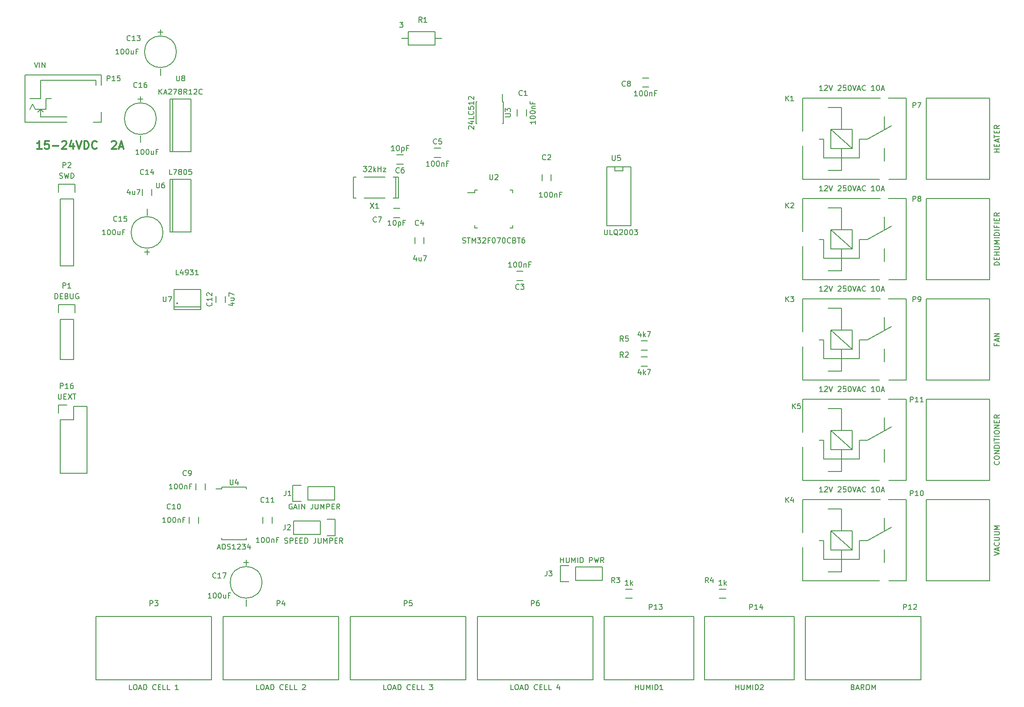
<source format=gbr>
G04 #@! TF.FileFunction,Legend,Top*
%FSLAX46Y46*%
G04 Gerber Fmt 4.6, Leading zero omitted, Abs format (unit mm)*
G04 Created by KiCad (PCBNEW 0.201503150816+5513~22~ubuntu14.04.1-product) date Thu 23 Apr 2015 07:30:57 PM EDT*
%MOMM*%
G01*
G04 APERTURE LIST*
%ADD10C,0.100000*%
%ADD11C,0.300000*%
%ADD12C,0.150000*%
G04 APERTURE END LIST*
D10*
D11*
X53674287Y-57828571D02*
X52817144Y-57828571D01*
X53245716Y-57828571D02*
X53245716Y-56328571D01*
X53102859Y-56542857D01*
X52960001Y-56685714D01*
X52817144Y-56757143D01*
X55031430Y-56328571D02*
X54317144Y-56328571D01*
X54245715Y-57042857D01*
X54317144Y-56971429D01*
X54460001Y-56900000D01*
X54817144Y-56900000D01*
X54960001Y-56971429D01*
X55031430Y-57042857D01*
X55102858Y-57185714D01*
X55102858Y-57542857D01*
X55031430Y-57685714D01*
X54960001Y-57757143D01*
X54817144Y-57828571D01*
X54460001Y-57828571D01*
X54317144Y-57757143D01*
X54245715Y-57685714D01*
X55745715Y-57257143D02*
X56888572Y-57257143D01*
X57531429Y-56471429D02*
X57602858Y-56400000D01*
X57745715Y-56328571D01*
X58102858Y-56328571D01*
X58245715Y-56400000D01*
X58317144Y-56471429D01*
X58388572Y-56614286D01*
X58388572Y-56757143D01*
X58317144Y-56971429D01*
X57460001Y-57828571D01*
X58388572Y-57828571D01*
X59674286Y-56828571D02*
X59674286Y-57828571D01*
X59317143Y-56257143D02*
X58960000Y-57328571D01*
X59888572Y-57328571D01*
X60245714Y-56328571D02*
X60745714Y-57828571D01*
X61245714Y-56328571D01*
X61745714Y-57828571D02*
X61745714Y-56328571D01*
X62102857Y-56328571D01*
X62317142Y-56400000D01*
X62460000Y-56542857D01*
X62531428Y-56685714D01*
X62602857Y-56971429D01*
X62602857Y-57185714D01*
X62531428Y-57471429D01*
X62460000Y-57614286D01*
X62317142Y-57757143D01*
X62102857Y-57828571D01*
X61745714Y-57828571D01*
X64102857Y-57685714D02*
X64031428Y-57757143D01*
X63817142Y-57828571D01*
X63674285Y-57828571D01*
X63460000Y-57757143D01*
X63317142Y-57614286D01*
X63245714Y-57471429D01*
X63174285Y-57185714D01*
X63174285Y-56971429D01*
X63245714Y-56685714D01*
X63317142Y-56542857D01*
X63460000Y-56400000D01*
X63674285Y-56328571D01*
X63817142Y-56328571D01*
X64031428Y-56400000D01*
X64102857Y-56471429D01*
X66959999Y-56471429D02*
X67031428Y-56400000D01*
X67174285Y-56328571D01*
X67531428Y-56328571D01*
X67674285Y-56400000D01*
X67745714Y-56471429D01*
X67817142Y-56614286D01*
X67817142Y-56757143D01*
X67745714Y-56971429D01*
X66888571Y-57828571D01*
X67817142Y-57828571D01*
X68388570Y-57400000D02*
X69102856Y-57400000D01*
X68245713Y-57828571D02*
X68745713Y-56328571D01*
X69245713Y-57828571D01*
D12*
X82945000Y-122520000D02*
X82945000Y-121320000D01*
X84695000Y-121320000D02*
X84695000Y-122520000D01*
X81675000Y-128870000D02*
X81675000Y-127670000D01*
X83425000Y-127670000D02*
X83425000Y-128870000D01*
X95645000Y-128870000D02*
X95645000Y-127670000D01*
X97395000Y-127670000D02*
X97395000Y-128870000D01*
X88505000Y-85760000D02*
X88505000Y-86960000D01*
X86755000Y-86960000D02*
X86755000Y-85760000D01*
X76200000Y-42620000D02*
X76200000Y-42870000D01*
X76200000Y-43870000D02*
X76200000Y-42870000D01*
X76200000Y-36120000D02*
X76200000Y-35120000D01*
X76200000Y-35870000D02*
X76200000Y-35370000D01*
X75700000Y-35620000D02*
X76700000Y-35620000D01*
X79200000Y-39370000D02*
G75*
G03X79200000Y-39370000I-3000000J0D01*
G01*
X72785000Y-66640000D02*
X72785000Y-65440000D01*
X74535000Y-65440000D02*
X74535000Y-66640000D01*
X73660000Y-70410000D02*
X73660000Y-70160000D01*
X73660000Y-69160000D02*
X73660000Y-70160000D01*
X73660000Y-76910000D02*
X73660000Y-77910000D01*
X73660000Y-77160000D02*
X73660000Y-77660000D01*
X74160000Y-77410000D02*
X73160000Y-77410000D01*
X76660000Y-73660000D02*
G75*
G03X76660000Y-73660000I-3000000J0D01*
G01*
X72390000Y-55320000D02*
X72390000Y-55570000D01*
X72390000Y-56570000D02*
X72390000Y-55570000D01*
X72390000Y-48820000D02*
X72390000Y-47820000D01*
X72390000Y-48570000D02*
X72390000Y-48070000D01*
X71890000Y-48320000D02*
X72890000Y-48320000D01*
X75390000Y-52070000D02*
G75*
G03X75390000Y-52070000I-3000000J0D01*
G01*
X92456000Y-143331000D02*
X92456000Y-143581000D01*
X92456000Y-144581000D02*
X92456000Y-143581000D01*
X92456000Y-136831000D02*
X92456000Y-135831000D01*
X92456000Y-136581000D02*
X92456000Y-136081000D01*
X91956000Y-136331000D02*
X92956000Y-136331000D01*
X95456000Y-140081000D02*
G75*
G03X95456000Y-140081000I-3000000J0D01*
G01*
X104140000Y-124460000D02*
X109220000Y-124460000D01*
X109220000Y-124460000D02*
X109220000Y-121920000D01*
X109220000Y-121920000D02*
X104140000Y-121920000D01*
X101320000Y-121640000D02*
X102870000Y-121640000D01*
X104140000Y-121920000D02*
X104140000Y-124460000D01*
X102870000Y-124740000D02*
X101320000Y-124740000D01*
X101320000Y-124740000D02*
X101320000Y-121640000D01*
X106553000Y-128397000D02*
X101473000Y-128397000D01*
X101473000Y-128397000D02*
X101473000Y-130937000D01*
X101473000Y-130937000D02*
X106553000Y-130937000D01*
X109373000Y-131217000D02*
X107823000Y-131217000D01*
X106553000Y-130937000D02*
X106553000Y-128397000D01*
X107823000Y-128117000D02*
X109373000Y-128117000D01*
X109373000Y-128117000D02*
X109373000Y-131217000D01*
X154940000Y-139700000D02*
X160020000Y-139700000D01*
X160020000Y-139700000D02*
X160020000Y-137160000D01*
X160020000Y-137160000D02*
X154940000Y-137160000D01*
X152120000Y-136880000D02*
X153670000Y-136880000D01*
X154940000Y-137160000D02*
X154940000Y-139700000D01*
X153670000Y-139980000D02*
X152120000Y-139980000D01*
X152120000Y-139980000D02*
X152120000Y-136880000D01*
X214390000Y-63580000D02*
X217690000Y-63580000D01*
X217690000Y-63580000D02*
X217690000Y-48180000D01*
X217690000Y-48180000D02*
X214340000Y-48180000D01*
X198090000Y-57230000D02*
X198090000Y-63580000D01*
X198090000Y-63580000D02*
X212640000Y-63580000D01*
X198090000Y-54480000D02*
X198090000Y-48180000D01*
X198090000Y-48180000D02*
X212840000Y-48180000D01*
X198090000Y-48230000D02*
X198090000Y-54480000D01*
X213540000Y-60080000D02*
X213540000Y-57630000D01*
X213540000Y-51680000D02*
X213540000Y-54180000D01*
X202940000Y-61930000D02*
X205440000Y-61930000D01*
X202040000Y-55930000D02*
X201240000Y-55930000D01*
X205440000Y-49930000D02*
X202940000Y-49930000D01*
X208840000Y-55930000D02*
X210340000Y-55930000D01*
X210340000Y-55930000D02*
X214940000Y-53430000D01*
X208840000Y-59530000D02*
X202040000Y-59530000D01*
X208840000Y-55930000D02*
X208840000Y-59530000D01*
X202040000Y-55930000D02*
X202040000Y-59530000D01*
X205440000Y-49930000D02*
X205440000Y-54130000D01*
X205440000Y-57730000D02*
X205440000Y-61930000D01*
X207440000Y-57730000D02*
X203440000Y-54130000D01*
X203440000Y-57730000D02*
X203440000Y-54130000D01*
X203440000Y-54130000D02*
X207440000Y-54130000D01*
X207440000Y-54130000D02*
X207440000Y-57730000D01*
X207440000Y-57730000D02*
X203440000Y-57730000D01*
X214390000Y-82630000D02*
X217690000Y-82630000D01*
X217690000Y-82630000D02*
X217690000Y-67230000D01*
X217690000Y-67230000D02*
X214340000Y-67230000D01*
X198090000Y-76280000D02*
X198090000Y-82630000D01*
X198090000Y-82630000D02*
X212640000Y-82630000D01*
X198090000Y-73530000D02*
X198090000Y-67230000D01*
X198090000Y-67230000D02*
X212840000Y-67230000D01*
X198090000Y-67280000D02*
X198090000Y-73530000D01*
X213540000Y-79130000D02*
X213540000Y-76680000D01*
X213540000Y-70730000D02*
X213540000Y-73230000D01*
X202940000Y-80980000D02*
X205440000Y-80980000D01*
X202040000Y-74980000D02*
X201240000Y-74980000D01*
X205440000Y-68980000D02*
X202940000Y-68980000D01*
X208840000Y-74980000D02*
X210340000Y-74980000D01*
X210340000Y-74980000D02*
X214940000Y-72480000D01*
X208840000Y-78580000D02*
X202040000Y-78580000D01*
X208840000Y-74980000D02*
X208840000Y-78580000D01*
X202040000Y-74980000D02*
X202040000Y-78580000D01*
X205440000Y-68980000D02*
X205440000Y-73180000D01*
X205440000Y-76780000D02*
X205440000Y-80980000D01*
X207440000Y-76780000D02*
X203440000Y-73180000D01*
X203440000Y-76780000D02*
X203440000Y-73180000D01*
X203440000Y-73180000D02*
X207440000Y-73180000D01*
X207440000Y-73180000D02*
X207440000Y-76780000D01*
X207440000Y-76780000D02*
X203440000Y-76780000D01*
X214390000Y-101680000D02*
X217690000Y-101680000D01*
X217690000Y-101680000D02*
X217690000Y-86280000D01*
X217690000Y-86280000D02*
X214340000Y-86280000D01*
X198090000Y-95330000D02*
X198090000Y-101680000D01*
X198090000Y-101680000D02*
X212640000Y-101680000D01*
X198090000Y-92580000D02*
X198090000Y-86280000D01*
X198090000Y-86280000D02*
X212840000Y-86280000D01*
X198090000Y-86330000D02*
X198090000Y-92580000D01*
X213540000Y-98180000D02*
X213540000Y-95730000D01*
X213540000Y-89780000D02*
X213540000Y-92280000D01*
X202940000Y-100030000D02*
X205440000Y-100030000D01*
X202040000Y-94030000D02*
X201240000Y-94030000D01*
X205440000Y-88030000D02*
X202940000Y-88030000D01*
X208840000Y-94030000D02*
X210340000Y-94030000D01*
X210340000Y-94030000D02*
X214940000Y-91530000D01*
X208840000Y-97630000D02*
X202040000Y-97630000D01*
X208840000Y-94030000D02*
X208840000Y-97630000D01*
X202040000Y-94030000D02*
X202040000Y-97630000D01*
X205440000Y-88030000D02*
X205440000Y-92230000D01*
X205440000Y-95830000D02*
X205440000Y-100030000D01*
X207440000Y-95830000D02*
X203440000Y-92230000D01*
X203440000Y-95830000D02*
X203440000Y-92230000D01*
X203440000Y-92230000D02*
X207440000Y-92230000D01*
X207440000Y-92230000D02*
X207440000Y-95830000D01*
X207440000Y-95830000D02*
X203440000Y-95830000D01*
X214390000Y-139780000D02*
X217690000Y-139780000D01*
X217690000Y-139780000D02*
X217690000Y-124380000D01*
X217690000Y-124380000D02*
X214340000Y-124380000D01*
X198090000Y-133430000D02*
X198090000Y-139780000D01*
X198090000Y-139780000D02*
X212640000Y-139780000D01*
X198090000Y-130680000D02*
X198090000Y-124380000D01*
X198090000Y-124380000D02*
X212840000Y-124380000D01*
X198090000Y-124430000D02*
X198090000Y-130680000D01*
X213540000Y-136280000D02*
X213540000Y-133830000D01*
X213540000Y-127880000D02*
X213540000Y-130380000D01*
X202940000Y-138130000D02*
X205440000Y-138130000D01*
X202040000Y-132130000D02*
X201240000Y-132130000D01*
X205440000Y-126130000D02*
X202940000Y-126130000D01*
X208840000Y-132130000D02*
X210340000Y-132130000D01*
X210340000Y-132130000D02*
X214940000Y-129630000D01*
X208840000Y-135730000D02*
X202040000Y-135730000D01*
X208840000Y-132130000D02*
X208840000Y-135730000D01*
X202040000Y-132130000D02*
X202040000Y-135730000D01*
X205440000Y-126130000D02*
X205440000Y-130330000D01*
X205440000Y-133930000D02*
X205440000Y-138130000D01*
X207440000Y-133930000D02*
X203440000Y-130330000D01*
X203440000Y-133930000D02*
X203440000Y-130330000D01*
X203440000Y-130330000D02*
X207440000Y-130330000D01*
X207440000Y-130330000D02*
X207440000Y-133930000D01*
X207440000Y-133930000D02*
X203440000Y-133930000D01*
X214390000Y-120730000D02*
X217690000Y-120730000D01*
X217690000Y-120730000D02*
X217690000Y-105330000D01*
X217690000Y-105330000D02*
X214340000Y-105330000D01*
X198090000Y-114380000D02*
X198090000Y-120730000D01*
X198090000Y-120730000D02*
X212640000Y-120730000D01*
X198090000Y-111630000D02*
X198090000Y-105330000D01*
X198090000Y-105330000D02*
X212840000Y-105330000D01*
X198090000Y-105380000D02*
X198090000Y-111630000D01*
X213540000Y-117230000D02*
X213540000Y-114780000D01*
X213540000Y-108830000D02*
X213540000Y-111330000D01*
X202940000Y-119080000D02*
X205440000Y-119080000D01*
X202040000Y-113080000D02*
X201240000Y-113080000D01*
X205440000Y-107080000D02*
X202940000Y-107080000D01*
X208840000Y-113080000D02*
X210340000Y-113080000D01*
X210340000Y-113080000D02*
X214940000Y-110580000D01*
X208840000Y-116680000D02*
X202040000Y-116680000D01*
X208840000Y-113080000D02*
X208840000Y-116680000D01*
X202040000Y-113080000D02*
X202040000Y-116680000D01*
X205440000Y-107080000D02*
X205440000Y-111280000D01*
X205440000Y-114880000D02*
X205440000Y-119080000D01*
X207440000Y-114880000D02*
X203440000Y-111280000D01*
X203440000Y-114880000D02*
X203440000Y-111280000D01*
X203440000Y-111280000D02*
X207440000Y-111280000D01*
X207440000Y-111280000D02*
X207440000Y-114880000D01*
X207440000Y-114880000D02*
X203440000Y-114880000D01*
X57150000Y-90170000D02*
X57150000Y-97790000D01*
X59690000Y-90170000D02*
X59690000Y-97790000D01*
X59970000Y-87350000D02*
X59970000Y-88900000D01*
X57150000Y-97790000D02*
X59690000Y-97790000D01*
X59690000Y-90170000D02*
X57150000Y-90170000D01*
X56870000Y-88900000D02*
X56870000Y-87350000D01*
X56870000Y-87350000D02*
X59970000Y-87350000D01*
X59690000Y-67310000D02*
X59690000Y-80010000D01*
X59690000Y-80010000D02*
X57150000Y-80010000D01*
X57150000Y-80010000D02*
X57150000Y-67310000D01*
X59970000Y-64490000D02*
X59970000Y-66040000D01*
X59690000Y-67310000D02*
X57150000Y-67310000D01*
X56870000Y-66040000D02*
X56870000Y-64490000D01*
X56870000Y-64490000D02*
X59970000Y-64490000D01*
X63930000Y-146590000D02*
X85930000Y-146590000D01*
X85930000Y-146590000D02*
X85930000Y-158590000D01*
X85930000Y-158590000D02*
X63930000Y-158590000D01*
X63930000Y-158590000D02*
X63930000Y-146590000D01*
X88060000Y-146590000D02*
X110060000Y-146590000D01*
X110060000Y-146590000D02*
X110060000Y-158590000D01*
X110060000Y-158590000D02*
X88060000Y-158590000D01*
X88060000Y-158590000D02*
X88060000Y-146590000D01*
X112190000Y-146590000D02*
X134190000Y-146590000D01*
X134190000Y-146590000D02*
X134190000Y-158590000D01*
X134190000Y-158590000D02*
X112190000Y-158590000D01*
X112190000Y-158590000D02*
X112190000Y-146590000D01*
X136320000Y-146590000D02*
X158320000Y-146590000D01*
X158320000Y-146590000D02*
X158320000Y-158590000D01*
X158320000Y-158590000D02*
X136320000Y-158590000D01*
X136320000Y-158590000D02*
X136320000Y-146590000D01*
X221520000Y-48180000D02*
X221520000Y-63580000D01*
X221520000Y-63580000D02*
X233520000Y-63580000D01*
X233520000Y-63580000D02*
X233520000Y-55880000D01*
X221520000Y-48180000D02*
X233520000Y-48180000D01*
X233520000Y-48180000D02*
X233520000Y-55880000D01*
X221520000Y-67230000D02*
X221520000Y-82630000D01*
X221520000Y-82630000D02*
X233520000Y-82630000D01*
X233520000Y-82630000D02*
X233520000Y-74930000D01*
X221520000Y-67230000D02*
X233520000Y-67230000D01*
X233520000Y-67230000D02*
X233520000Y-74930000D01*
X221520000Y-86280000D02*
X221520000Y-101680000D01*
X221520000Y-101680000D02*
X233520000Y-101680000D01*
X233520000Y-101680000D02*
X233520000Y-93980000D01*
X221520000Y-86280000D02*
X233520000Y-86280000D01*
X233520000Y-86280000D02*
X233520000Y-93980000D01*
X221520000Y-124380000D02*
X221520000Y-139780000D01*
X221520000Y-139780000D02*
X233520000Y-139780000D01*
X233520000Y-139780000D02*
X233520000Y-132080000D01*
X221520000Y-124380000D02*
X233520000Y-124380000D01*
X233520000Y-124380000D02*
X233520000Y-132080000D01*
X221520000Y-105330000D02*
X221520000Y-120730000D01*
X221520000Y-120730000D02*
X233520000Y-120730000D01*
X233520000Y-120730000D02*
X233520000Y-113030000D01*
X221520000Y-105330000D02*
X233520000Y-105330000D01*
X233520000Y-105330000D02*
X233520000Y-113030000D01*
X198550000Y-146590000D02*
X220550000Y-146590000D01*
X220550000Y-146590000D02*
X220550000Y-158590000D01*
X220550000Y-158590000D02*
X198550000Y-158590000D01*
X198550000Y-158590000D02*
X198550000Y-146590000D01*
X160410000Y-146590000D02*
X177410000Y-146590000D01*
X177410000Y-146590000D02*
X177410000Y-158590000D01*
X177410000Y-158590000D02*
X160410000Y-158590000D01*
X160410000Y-158590000D02*
X160410000Y-146590000D01*
X179460000Y-146590000D02*
X196460000Y-146590000D01*
X196460000Y-146590000D02*
X196460000Y-158590000D01*
X196460000Y-158590000D02*
X179460000Y-158590000D01*
X179460000Y-158590000D02*
X179460000Y-146590000D01*
X58460000Y-51760000D02*
X53460000Y-51760000D01*
X53460000Y-51760000D02*
X53460000Y-50260000D01*
X53460000Y-50260000D02*
X53960000Y-50760000D01*
X53960000Y-50760000D02*
X53460000Y-50260000D01*
X53460000Y-50260000D02*
X52960000Y-50760000D01*
X55460000Y-48260000D02*
X54460000Y-48260000D01*
X54460000Y-48260000D02*
X54460000Y-50260000D01*
X54460000Y-50260000D02*
X52460000Y-50260000D01*
X52460000Y-50260000D02*
X51960000Y-49260000D01*
X51960000Y-49260000D02*
X51460000Y-50260000D01*
X63960000Y-45760000D02*
X63960000Y-44760000D01*
X63960000Y-44760000D02*
X53460000Y-44760000D01*
X53460000Y-44760000D02*
X53460000Y-48260000D01*
X53460000Y-48260000D02*
X51460000Y-48260000D01*
X64960000Y-50760000D02*
X64960000Y-52760000D01*
X64960000Y-52760000D02*
X63460000Y-52760000D01*
X50460000Y-52760000D02*
X50460000Y-43760000D01*
X50460000Y-43760000D02*
X64960000Y-43760000D01*
X64960000Y-43760000D02*
X64960000Y-45760000D01*
X50460000Y-52760000D02*
X58460000Y-52760000D01*
X123190000Y-35560000D02*
X128270000Y-35560000D01*
X128270000Y-35560000D02*
X128270000Y-38100000D01*
X128270000Y-38100000D02*
X123190000Y-38100000D01*
X123190000Y-38100000D02*
X123190000Y-35560000D01*
X123190000Y-36830000D02*
X121920000Y-36830000D01*
X128270000Y-36830000D02*
X129540000Y-36830000D01*
X167421000Y-97296000D02*
X168621000Y-97296000D01*
X168621000Y-99046000D02*
X167421000Y-99046000D01*
X164500000Y-141365000D02*
X165700000Y-141365000D01*
X165700000Y-143115000D02*
X164500000Y-143115000D01*
X182280000Y-141365000D02*
X183480000Y-141365000D01*
X183480000Y-143115000D02*
X182280000Y-143115000D01*
X167421000Y-94248000D02*
X168621000Y-94248000D01*
X168621000Y-95998000D02*
X167421000Y-95998000D01*
X87845000Y-122025000D02*
X87845000Y-122350000D01*
X92495000Y-122025000D02*
X92495000Y-122350000D01*
X92495000Y-131975000D02*
X92495000Y-131650000D01*
X87845000Y-131975000D02*
X87845000Y-131650000D01*
X87845000Y-122025000D02*
X92495000Y-122025000D01*
X87845000Y-131975000D02*
X92495000Y-131975000D01*
X87845000Y-122350000D02*
X86770000Y-122350000D01*
X78510000Y-63580000D02*
X78510000Y-73580000D01*
X82010000Y-63580000D02*
X78010000Y-63580000D01*
X78010000Y-63580000D02*
X78010000Y-73580000D01*
X78010000Y-73580000D02*
X82010000Y-73580000D01*
X82010000Y-73580000D02*
X82010000Y-63580000D01*
X79502000Y-87122000D02*
G75*
G03X79502000Y-87122000I-127000J0D01*
G01*
X78740000Y-87757000D02*
X83820000Y-87757000D01*
X78740000Y-84455000D02*
X83820000Y-84455000D01*
X78740000Y-88265000D02*
X83820000Y-88265000D01*
X78740000Y-88265000D02*
X78740000Y-84455000D01*
X83820000Y-88265000D02*
X83820000Y-84455000D01*
X78510000Y-48340000D02*
X78510000Y-58340000D01*
X82010000Y-48340000D02*
X78010000Y-48340000D01*
X78010000Y-48340000D02*
X78010000Y-58340000D01*
X78010000Y-58340000D02*
X82010000Y-58340000D01*
X82010000Y-58340000D02*
X82010000Y-48340000D01*
X62230000Y-106680000D02*
X62230000Y-119380000D01*
X62230000Y-119380000D02*
X57150000Y-119380000D01*
X57150000Y-119380000D02*
X57150000Y-109220000D01*
X62230000Y-106680000D02*
X59690000Y-106680000D01*
X58420000Y-106400000D02*
X56870000Y-106400000D01*
X59690000Y-106680000D02*
X59690000Y-109220000D01*
X59690000Y-109220000D02*
X57150000Y-109220000D01*
X56870000Y-106400000D02*
X56870000Y-107950000D01*
X145655000Y-50327000D02*
X145655000Y-51527000D01*
X143905000Y-51527000D02*
X143905000Y-50327000D01*
X148604000Y-63846000D02*
X148604000Y-62646000D01*
X150354000Y-62646000D02*
X150354000Y-63846000D01*
X143799000Y-81040000D02*
X144999000Y-81040000D01*
X144999000Y-82790000D02*
X143799000Y-82790000D01*
X126224000Y-74584000D02*
X126224000Y-75784000D01*
X124474000Y-75784000D02*
X124474000Y-74584000D01*
X129378000Y-59422000D02*
X128178000Y-59422000D01*
X128178000Y-57672000D02*
X129378000Y-57672000D01*
X121066000Y-58942000D02*
X122266000Y-58942000D01*
X122266000Y-60692000D02*
X121066000Y-60692000D01*
X120431000Y-69102000D02*
X121631000Y-69102000D01*
X121631000Y-70852000D02*
X120431000Y-70852000D01*
X168875000Y-46087000D02*
X167675000Y-46087000D01*
X167675000Y-44337000D02*
X168875000Y-44337000D01*
X135821000Y-65590000D02*
X135821000Y-66115000D01*
X143071000Y-65590000D02*
X143071000Y-66115000D01*
X143071000Y-72840000D02*
X143071000Y-72315000D01*
X135821000Y-72840000D02*
X135821000Y-72315000D01*
X135821000Y-65590000D02*
X136346000Y-65590000D01*
X135821000Y-72840000D02*
X136346000Y-72840000D01*
X143071000Y-72840000D02*
X142546000Y-72840000D01*
X143071000Y-65590000D02*
X142546000Y-65590000D01*
X135821000Y-66115000D02*
X134446000Y-66115000D01*
X141259000Y-48852000D02*
X141114000Y-48852000D01*
X141259000Y-53002000D02*
X141114000Y-53002000D01*
X136109000Y-53002000D02*
X136254000Y-53002000D01*
X136109000Y-48852000D02*
X136254000Y-48852000D01*
X141259000Y-48852000D02*
X141259000Y-53002000D01*
X136109000Y-48852000D02*
X136109000Y-53002000D01*
X141114000Y-48852000D02*
X141114000Y-47452000D01*
X163957000Y-61214000D02*
X163957000Y-61976000D01*
X163957000Y-61976000D02*
X162433000Y-61976000D01*
X162433000Y-61976000D02*
X162433000Y-61214000D01*
X165481000Y-72390000D02*
X160909000Y-72390000D01*
X160909000Y-72390000D02*
X160909000Y-61214000D01*
X160909000Y-61214000D02*
X165481000Y-61214000D01*
X165481000Y-61214000D02*
X165481000Y-72390000D01*
X120840000Y-67151000D02*
X121340000Y-67151000D01*
X121340000Y-67151000D02*
X121340000Y-63151000D01*
X121340000Y-63151000D02*
X120840000Y-63151000D01*
X120340000Y-63151000D02*
X120840000Y-63151000D01*
X120840000Y-63151000D02*
X120840000Y-67151000D01*
X120840000Y-67151000D02*
X120340000Y-67151000D01*
X113340000Y-67151000D02*
X112840000Y-67151000D01*
X112840000Y-67151000D02*
X112840000Y-63151000D01*
X112840000Y-63151000D02*
X113340000Y-63151000D01*
X118840000Y-63151000D02*
X114840000Y-63151000D01*
X118840000Y-67151000D02*
X114840000Y-67151000D01*
X81113334Y-119737143D02*
X81065715Y-119784762D01*
X80922858Y-119832381D01*
X80827620Y-119832381D01*
X80684762Y-119784762D01*
X80589524Y-119689524D01*
X80541905Y-119594286D01*
X80494286Y-119403810D01*
X80494286Y-119260952D01*
X80541905Y-119070476D01*
X80589524Y-118975238D01*
X80684762Y-118880000D01*
X80827620Y-118832381D01*
X80922858Y-118832381D01*
X81065715Y-118880000D01*
X81113334Y-118927619D01*
X81589524Y-119832381D02*
X81780000Y-119832381D01*
X81875239Y-119784762D01*
X81922858Y-119737143D01*
X82018096Y-119594286D01*
X82065715Y-119403810D01*
X82065715Y-119022857D01*
X82018096Y-118927619D01*
X81970477Y-118880000D01*
X81875239Y-118832381D01*
X81684762Y-118832381D01*
X81589524Y-118880000D01*
X81541905Y-118927619D01*
X81494286Y-119022857D01*
X81494286Y-119260952D01*
X81541905Y-119356190D01*
X81589524Y-119403810D01*
X81684762Y-119451429D01*
X81875239Y-119451429D01*
X81970477Y-119403810D01*
X82018096Y-119356190D01*
X82065715Y-119260952D01*
X78462381Y-122372381D02*
X77890952Y-122372381D01*
X78176666Y-122372381D02*
X78176666Y-121372381D01*
X78081428Y-121515238D01*
X77986190Y-121610476D01*
X77890952Y-121658095D01*
X79081428Y-121372381D02*
X79176667Y-121372381D01*
X79271905Y-121420000D01*
X79319524Y-121467619D01*
X79367143Y-121562857D01*
X79414762Y-121753333D01*
X79414762Y-121991429D01*
X79367143Y-122181905D01*
X79319524Y-122277143D01*
X79271905Y-122324762D01*
X79176667Y-122372381D01*
X79081428Y-122372381D01*
X78986190Y-122324762D01*
X78938571Y-122277143D01*
X78890952Y-122181905D01*
X78843333Y-121991429D01*
X78843333Y-121753333D01*
X78890952Y-121562857D01*
X78938571Y-121467619D01*
X78986190Y-121420000D01*
X79081428Y-121372381D01*
X80033809Y-121372381D02*
X80129048Y-121372381D01*
X80224286Y-121420000D01*
X80271905Y-121467619D01*
X80319524Y-121562857D01*
X80367143Y-121753333D01*
X80367143Y-121991429D01*
X80319524Y-122181905D01*
X80271905Y-122277143D01*
X80224286Y-122324762D01*
X80129048Y-122372381D01*
X80033809Y-122372381D01*
X79938571Y-122324762D01*
X79890952Y-122277143D01*
X79843333Y-122181905D01*
X79795714Y-121991429D01*
X79795714Y-121753333D01*
X79843333Y-121562857D01*
X79890952Y-121467619D01*
X79938571Y-121420000D01*
X80033809Y-121372381D01*
X80795714Y-121705714D02*
X80795714Y-122372381D01*
X80795714Y-121800952D02*
X80843333Y-121753333D01*
X80938571Y-121705714D01*
X81081429Y-121705714D01*
X81176667Y-121753333D01*
X81224286Y-121848571D01*
X81224286Y-122372381D01*
X82033810Y-121848571D02*
X81700476Y-121848571D01*
X81700476Y-122372381D02*
X81700476Y-121372381D01*
X82176667Y-121372381D01*
X78097143Y-126087143D02*
X78049524Y-126134762D01*
X77906667Y-126182381D01*
X77811429Y-126182381D01*
X77668571Y-126134762D01*
X77573333Y-126039524D01*
X77525714Y-125944286D01*
X77478095Y-125753810D01*
X77478095Y-125610952D01*
X77525714Y-125420476D01*
X77573333Y-125325238D01*
X77668571Y-125230000D01*
X77811429Y-125182381D01*
X77906667Y-125182381D01*
X78049524Y-125230000D01*
X78097143Y-125277619D01*
X79049524Y-126182381D02*
X78478095Y-126182381D01*
X78763809Y-126182381D02*
X78763809Y-125182381D01*
X78668571Y-125325238D01*
X78573333Y-125420476D01*
X78478095Y-125468095D01*
X79668571Y-125182381D02*
X79763810Y-125182381D01*
X79859048Y-125230000D01*
X79906667Y-125277619D01*
X79954286Y-125372857D01*
X80001905Y-125563333D01*
X80001905Y-125801429D01*
X79954286Y-125991905D01*
X79906667Y-126087143D01*
X79859048Y-126134762D01*
X79763810Y-126182381D01*
X79668571Y-126182381D01*
X79573333Y-126134762D01*
X79525714Y-126087143D01*
X79478095Y-125991905D01*
X79430476Y-125801429D01*
X79430476Y-125563333D01*
X79478095Y-125372857D01*
X79525714Y-125277619D01*
X79573333Y-125230000D01*
X79668571Y-125182381D01*
X77192381Y-128722381D02*
X76620952Y-128722381D01*
X76906666Y-128722381D02*
X76906666Y-127722381D01*
X76811428Y-127865238D01*
X76716190Y-127960476D01*
X76620952Y-128008095D01*
X77811428Y-127722381D02*
X77906667Y-127722381D01*
X78001905Y-127770000D01*
X78049524Y-127817619D01*
X78097143Y-127912857D01*
X78144762Y-128103333D01*
X78144762Y-128341429D01*
X78097143Y-128531905D01*
X78049524Y-128627143D01*
X78001905Y-128674762D01*
X77906667Y-128722381D01*
X77811428Y-128722381D01*
X77716190Y-128674762D01*
X77668571Y-128627143D01*
X77620952Y-128531905D01*
X77573333Y-128341429D01*
X77573333Y-128103333D01*
X77620952Y-127912857D01*
X77668571Y-127817619D01*
X77716190Y-127770000D01*
X77811428Y-127722381D01*
X78763809Y-127722381D02*
X78859048Y-127722381D01*
X78954286Y-127770000D01*
X79001905Y-127817619D01*
X79049524Y-127912857D01*
X79097143Y-128103333D01*
X79097143Y-128341429D01*
X79049524Y-128531905D01*
X79001905Y-128627143D01*
X78954286Y-128674762D01*
X78859048Y-128722381D01*
X78763809Y-128722381D01*
X78668571Y-128674762D01*
X78620952Y-128627143D01*
X78573333Y-128531905D01*
X78525714Y-128341429D01*
X78525714Y-128103333D01*
X78573333Y-127912857D01*
X78620952Y-127817619D01*
X78668571Y-127770000D01*
X78763809Y-127722381D01*
X79525714Y-128055714D02*
X79525714Y-128722381D01*
X79525714Y-128150952D02*
X79573333Y-128103333D01*
X79668571Y-128055714D01*
X79811429Y-128055714D01*
X79906667Y-128103333D01*
X79954286Y-128198571D01*
X79954286Y-128722381D01*
X80763810Y-128198571D02*
X80430476Y-128198571D01*
X80430476Y-128722381D02*
X80430476Y-127722381D01*
X80906667Y-127722381D01*
X95877143Y-124817143D02*
X95829524Y-124864762D01*
X95686667Y-124912381D01*
X95591429Y-124912381D01*
X95448571Y-124864762D01*
X95353333Y-124769524D01*
X95305714Y-124674286D01*
X95258095Y-124483810D01*
X95258095Y-124340952D01*
X95305714Y-124150476D01*
X95353333Y-124055238D01*
X95448571Y-123960000D01*
X95591429Y-123912381D01*
X95686667Y-123912381D01*
X95829524Y-123960000D01*
X95877143Y-124007619D01*
X96829524Y-124912381D02*
X96258095Y-124912381D01*
X96543809Y-124912381D02*
X96543809Y-123912381D01*
X96448571Y-124055238D01*
X96353333Y-124150476D01*
X96258095Y-124198095D01*
X97781905Y-124912381D02*
X97210476Y-124912381D01*
X97496190Y-124912381D02*
X97496190Y-123912381D01*
X97400952Y-124055238D01*
X97305714Y-124150476D01*
X97210476Y-124198095D01*
X94972381Y-132532381D02*
X94400952Y-132532381D01*
X94686666Y-132532381D02*
X94686666Y-131532381D01*
X94591428Y-131675238D01*
X94496190Y-131770476D01*
X94400952Y-131818095D01*
X95591428Y-131532381D02*
X95686667Y-131532381D01*
X95781905Y-131580000D01*
X95829524Y-131627619D01*
X95877143Y-131722857D01*
X95924762Y-131913333D01*
X95924762Y-132151429D01*
X95877143Y-132341905D01*
X95829524Y-132437143D01*
X95781905Y-132484762D01*
X95686667Y-132532381D01*
X95591428Y-132532381D01*
X95496190Y-132484762D01*
X95448571Y-132437143D01*
X95400952Y-132341905D01*
X95353333Y-132151429D01*
X95353333Y-131913333D01*
X95400952Y-131722857D01*
X95448571Y-131627619D01*
X95496190Y-131580000D01*
X95591428Y-131532381D01*
X96543809Y-131532381D02*
X96639048Y-131532381D01*
X96734286Y-131580000D01*
X96781905Y-131627619D01*
X96829524Y-131722857D01*
X96877143Y-131913333D01*
X96877143Y-132151429D01*
X96829524Y-132341905D01*
X96781905Y-132437143D01*
X96734286Y-132484762D01*
X96639048Y-132532381D01*
X96543809Y-132532381D01*
X96448571Y-132484762D01*
X96400952Y-132437143D01*
X96353333Y-132341905D01*
X96305714Y-132151429D01*
X96305714Y-131913333D01*
X96353333Y-131722857D01*
X96400952Y-131627619D01*
X96448571Y-131580000D01*
X96543809Y-131532381D01*
X97305714Y-131865714D02*
X97305714Y-132532381D01*
X97305714Y-131960952D02*
X97353333Y-131913333D01*
X97448571Y-131865714D01*
X97591429Y-131865714D01*
X97686667Y-131913333D01*
X97734286Y-132008571D01*
X97734286Y-132532381D01*
X98543810Y-132008571D02*
X98210476Y-132008571D01*
X98210476Y-132532381D02*
X98210476Y-131532381D01*
X98686667Y-131532381D01*
X85887143Y-87002857D02*
X85934762Y-87050476D01*
X85982381Y-87193333D01*
X85982381Y-87288571D01*
X85934762Y-87431429D01*
X85839524Y-87526667D01*
X85744286Y-87574286D01*
X85553810Y-87621905D01*
X85410952Y-87621905D01*
X85220476Y-87574286D01*
X85125238Y-87526667D01*
X85030000Y-87431429D01*
X84982381Y-87288571D01*
X84982381Y-87193333D01*
X85030000Y-87050476D01*
X85077619Y-87002857D01*
X85982381Y-86050476D02*
X85982381Y-86621905D01*
X85982381Y-86336191D02*
X84982381Y-86336191D01*
X85125238Y-86431429D01*
X85220476Y-86526667D01*
X85268095Y-86621905D01*
X85077619Y-85669524D02*
X85030000Y-85621905D01*
X84982381Y-85526667D01*
X84982381Y-85288571D01*
X85030000Y-85193333D01*
X85077619Y-85145714D01*
X85172857Y-85098095D01*
X85268095Y-85098095D01*
X85410952Y-85145714D01*
X85982381Y-85717143D01*
X85982381Y-85098095D01*
X89515714Y-87098095D02*
X90182381Y-87098095D01*
X89134762Y-87336191D02*
X89849048Y-87574286D01*
X89849048Y-86955238D01*
X89515714Y-86145714D02*
X90182381Y-86145714D01*
X89515714Y-86574286D02*
X90039524Y-86574286D01*
X90134762Y-86526667D01*
X90182381Y-86431429D01*
X90182381Y-86288571D01*
X90134762Y-86193333D01*
X90087143Y-86145714D01*
X89182381Y-85764762D02*
X89182381Y-85098095D01*
X90182381Y-85526667D01*
X70477143Y-37187143D02*
X70429524Y-37234762D01*
X70286667Y-37282381D01*
X70191429Y-37282381D01*
X70048571Y-37234762D01*
X69953333Y-37139524D01*
X69905714Y-37044286D01*
X69858095Y-36853810D01*
X69858095Y-36710952D01*
X69905714Y-36520476D01*
X69953333Y-36425238D01*
X70048571Y-36330000D01*
X70191429Y-36282381D01*
X70286667Y-36282381D01*
X70429524Y-36330000D01*
X70477143Y-36377619D01*
X71429524Y-37282381D02*
X70858095Y-37282381D01*
X71143809Y-37282381D02*
X71143809Y-36282381D01*
X71048571Y-36425238D01*
X70953333Y-36520476D01*
X70858095Y-36568095D01*
X71762857Y-36282381D02*
X72381905Y-36282381D01*
X72048571Y-36663333D01*
X72191429Y-36663333D01*
X72286667Y-36710952D01*
X72334286Y-36758571D01*
X72381905Y-36853810D01*
X72381905Y-37091905D01*
X72334286Y-37187143D01*
X72286667Y-37234762D01*
X72191429Y-37282381D01*
X71905714Y-37282381D01*
X71810476Y-37234762D01*
X71762857Y-37187143D01*
X68302381Y-39822381D02*
X67730952Y-39822381D01*
X68016666Y-39822381D02*
X68016666Y-38822381D01*
X67921428Y-38965238D01*
X67826190Y-39060476D01*
X67730952Y-39108095D01*
X68921428Y-38822381D02*
X69016667Y-38822381D01*
X69111905Y-38870000D01*
X69159524Y-38917619D01*
X69207143Y-39012857D01*
X69254762Y-39203333D01*
X69254762Y-39441429D01*
X69207143Y-39631905D01*
X69159524Y-39727143D01*
X69111905Y-39774762D01*
X69016667Y-39822381D01*
X68921428Y-39822381D01*
X68826190Y-39774762D01*
X68778571Y-39727143D01*
X68730952Y-39631905D01*
X68683333Y-39441429D01*
X68683333Y-39203333D01*
X68730952Y-39012857D01*
X68778571Y-38917619D01*
X68826190Y-38870000D01*
X68921428Y-38822381D01*
X69873809Y-38822381D02*
X69969048Y-38822381D01*
X70064286Y-38870000D01*
X70111905Y-38917619D01*
X70159524Y-39012857D01*
X70207143Y-39203333D01*
X70207143Y-39441429D01*
X70159524Y-39631905D01*
X70111905Y-39727143D01*
X70064286Y-39774762D01*
X69969048Y-39822381D01*
X69873809Y-39822381D01*
X69778571Y-39774762D01*
X69730952Y-39727143D01*
X69683333Y-39631905D01*
X69635714Y-39441429D01*
X69635714Y-39203333D01*
X69683333Y-39012857D01*
X69730952Y-38917619D01*
X69778571Y-38870000D01*
X69873809Y-38822381D01*
X71064286Y-39155714D02*
X71064286Y-39822381D01*
X70635714Y-39155714D02*
X70635714Y-39679524D01*
X70683333Y-39774762D01*
X70778571Y-39822381D01*
X70921429Y-39822381D01*
X71016667Y-39774762D01*
X71064286Y-39727143D01*
X71873810Y-39298571D02*
X71540476Y-39298571D01*
X71540476Y-39822381D02*
X71540476Y-38822381D01*
X72016667Y-38822381D01*
X73017143Y-62587143D02*
X72969524Y-62634762D01*
X72826667Y-62682381D01*
X72731429Y-62682381D01*
X72588571Y-62634762D01*
X72493333Y-62539524D01*
X72445714Y-62444286D01*
X72398095Y-62253810D01*
X72398095Y-62110952D01*
X72445714Y-61920476D01*
X72493333Y-61825238D01*
X72588571Y-61730000D01*
X72731429Y-61682381D01*
X72826667Y-61682381D01*
X72969524Y-61730000D01*
X73017143Y-61777619D01*
X73969524Y-62682381D02*
X73398095Y-62682381D01*
X73683809Y-62682381D02*
X73683809Y-61682381D01*
X73588571Y-61825238D01*
X73493333Y-61920476D01*
X73398095Y-61968095D01*
X74826667Y-62015714D02*
X74826667Y-62682381D01*
X74588571Y-61634762D02*
X74350476Y-62349048D01*
X74969524Y-62349048D01*
X70381905Y-65825714D02*
X70381905Y-66492381D01*
X70143809Y-65444762D02*
X69905714Y-66159048D01*
X70524762Y-66159048D01*
X71334286Y-65825714D02*
X71334286Y-66492381D01*
X70905714Y-65825714D02*
X70905714Y-66349524D01*
X70953333Y-66444762D01*
X71048571Y-66492381D01*
X71191429Y-66492381D01*
X71286667Y-66444762D01*
X71334286Y-66397143D01*
X71715238Y-65492381D02*
X72381905Y-65492381D01*
X71953333Y-66492381D01*
X67937143Y-71477143D02*
X67889524Y-71524762D01*
X67746667Y-71572381D01*
X67651429Y-71572381D01*
X67508571Y-71524762D01*
X67413333Y-71429524D01*
X67365714Y-71334286D01*
X67318095Y-71143810D01*
X67318095Y-71000952D01*
X67365714Y-70810476D01*
X67413333Y-70715238D01*
X67508571Y-70620000D01*
X67651429Y-70572381D01*
X67746667Y-70572381D01*
X67889524Y-70620000D01*
X67937143Y-70667619D01*
X68889524Y-71572381D02*
X68318095Y-71572381D01*
X68603809Y-71572381D02*
X68603809Y-70572381D01*
X68508571Y-70715238D01*
X68413333Y-70810476D01*
X68318095Y-70858095D01*
X69794286Y-70572381D02*
X69318095Y-70572381D01*
X69270476Y-71048571D01*
X69318095Y-71000952D01*
X69413333Y-70953333D01*
X69651429Y-70953333D01*
X69746667Y-71000952D01*
X69794286Y-71048571D01*
X69841905Y-71143810D01*
X69841905Y-71381905D01*
X69794286Y-71477143D01*
X69746667Y-71524762D01*
X69651429Y-71572381D01*
X69413333Y-71572381D01*
X69318095Y-71524762D01*
X69270476Y-71477143D01*
X65762381Y-74112381D02*
X65190952Y-74112381D01*
X65476666Y-74112381D02*
X65476666Y-73112381D01*
X65381428Y-73255238D01*
X65286190Y-73350476D01*
X65190952Y-73398095D01*
X66381428Y-73112381D02*
X66476667Y-73112381D01*
X66571905Y-73160000D01*
X66619524Y-73207619D01*
X66667143Y-73302857D01*
X66714762Y-73493333D01*
X66714762Y-73731429D01*
X66667143Y-73921905D01*
X66619524Y-74017143D01*
X66571905Y-74064762D01*
X66476667Y-74112381D01*
X66381428Y-74112381D01*
X66286190Y-74064762D01*
X66238571Y-74017143D01*
X66190952Y-73921905D01*
X66143333Y-73731429D01*
X66143333Y-73493333D01*
X66190952Y-73302857D01*
X66238571Y-73207619D01*
X66286190Y-73160000D01*
X66381428Y-73112381D01*
X67333809Y-73112381D02*
X67429048Y-73112381D01*
X67524286Y-73160000D01*
X67571905Y-73207619D01*
X67619524Y-73302857D01*
X67667143Y-73493333D01*
X67667143Y-73731429D01*
X67619524Y-73921905D01*
X67571905Y-74017143D01*
X67524286Y-74064762D01*
X67429048Y-74112381D01*
X67333809Y-74112381D01*
X67238571Y-74064762D01*
X67190952Y-74017143D01*
X67143333Y-73921905D01*
X67095714Y-73731429D01*
X67095714Y-73493333D01*
X67143333Y-73302857D01*
X67190952Y-73207619D01*
X67238571Y-73160000D01*
X67333809Y-73112381D01*
X68524286Y-73445714D02*
X68524286Y-74112381D01*
X68095714Y-73445714D02*
X68095714Y-73969524D01*
X68143333Y-74064762D01*
X68238571Y-74112381D01*
X68381429Y-74112381D01*
X68476667Y-74064762D01*
X68524286Y-74017143D01*
X69333810Y-73588571D02*
X69000476Y-73588571D01*
X69000476Y-74112381D02*
X69000476Y-73112381D01*
X69476667Y-73112381D01*
X71747143Y-46077143D02*
X71699524Y-46124762D01*
X71556667Y-46172381D01*
X71461429Y-46172381D01*
X71318571Y-46124762D01*
X71223333Y-46029524D01*
X71175714Y-45934286D01*
X71128095Y-45743810D01*
X71128095Y-45600952D01*
X71175714Y-45410476D01*
X71223333Y-45315238D01*
X71318571Y-45220000D01*
X71461429Y-45172381D01*
X71556667Y-45172381D01*
X71699524Y-45220000D01*
X71747143Y-45267619D01*
X72699524Y-46172381D02*
X72128095Y-46172381D01*
X72413809Y-46172381D02*
X72413809Y-45172381D01*
X72318571Y-45315238D01*
X72223333Y-45410476D01*
X72128095Y-45458095D01*
X73556667Y-45172381D02*
X73366190Y-45172381D01*
X73270952Y-45220000D01*
X73223333Y-45267619D01*
X73128095Y-45410476D01*
X73080476Y-45600952D01*
X73080476Y-45981905D01*
X73128095Y-46077143D01*
X73175714Y-46124762D01*
X73270952Y-46172381D01*
X73461429Y-46172381D01*
X73556667Y-46124762D01*
X73604286Y-46077143D01*
X73651905Y-45981905D01*
X73651905Y-45743810D01*
X73604286Y-45648571D01*
X73556667Y-45600952D01*
X73461429Y-45553333D01*
X73270952Y-45553333D01*
X73175714Y-45600952D01*
X73128095Y-45648571D01*
X73080476Y-45743810D01*
X72112381Y-58872381D02*
X71540952Y-58872381D01*
X71826666Y-58872381D02*
X71826666Y-57872381D01*
X71731428Y-58015238D01*
X71636190Y-58110476D01*
X71540952Y-58158095D01*
X72731428Y-57872381D02*
X72826667Y-57872381D01*
X72921905Y-57920000D01*
X72969524Y-57967619D01*
X73017143Y-58062857D01*
X73064762Y-58253333D01*
X73064762Y-58491429D01*
X73017143Y-58681905D01*
X72969524Y-58777143D01*
X72921905Y-58824762D01*
X72826667Y-58872381D01*
X72731428Y-58872381D01*
X72636190Y-58824762D01*
X72588571Y-58777143D01*
X72540952Y-58681905D01*
X72493333Y-58491429D01*
X72493333Y-58253333D01*
X72540952Y-58062857D01*
X72588571Y-57967619D01*
X72636190Y-57920000D01*
X72731428Y-57872381D01*
X73683809Y-57872381D02*
X73779048Y-57872381D01*
X73874286Y-57920000D01*
X73921905Y-57967619D01*
X73969524Y-58062857D01*
X74017143Y-58253333D01*
X74017143Y-58491429D01*
X73969524Y-58681905D01*
X73921905Y-58777143D01*
X73874286Y-58824762D01*
X73779048Y-58872381D01*
X73683809Y-58872381D01*
X73588571Y-58824762D01*
X73540952Y-58777143D01*
X73493333Y-58681905D01*
X73445714Y-58491429D01*
X73445714Y-58253333D01*
X73493333Y-58062857D01*
X73540952Y-57967619D01*
X73588571Y-57920000D01*
X73683809Y-57872381D01*
X74874286Y-58205714D02*
X74874286Y-58872381D01*
X74445714Y-58205714D02*
X74445714Y-58729524D01*
X74493333Y-58824762D01*
X74588571Y-58872381D01*
X74731429Y-58872381D01*
X74826667Y-58824762D01*
X74874286Y-58777143D01*
X75683810Y-58348571D02*
X75350476Y-58348571D01*
X75350476Y-58872381D02*
X75350476Y-57872381D01*
X75826667Y-57872381D01*
X86733143Y-139168143D02*
X86685524Y-139215762D01*
X86542667Y-139263381D01*
X86447429Y-139263381D01*
X86304571Y-139215762D01*
X86209333Y-139120524D01*
X86161714Y-139025286D01*
X86114095Y-138834810D01*
X86114095Y-138691952D01*
X86161714Y-138501476D01*
X86209333Y-138406238D01*
X86304571Y-138311000D01*
X86447429Y-138263381D01*
X86542667Y-138263381D01*
X86685524Y-138311000D01*
X86733143Y-138358619D01*
X87685524Y-139263381D02*
X87114095Y-139263381D01*
X87399809Y-139263381D02*
X87399809Y-138263381D01*
X87304571Y-138406238D01*
X87209333Y-138501476D01*
X87114095Y-138549095D01*
X88018857Y-138263381D02*
X88685524Y-138263381D01*
X88256952Y-139263381D01*
X85828381Y-143073381D02*
X85256952Y-143073381D01*
X85542666Y-143073381D02*
X85542666Y-142073381D01*
X85447428Y-142216238D01*
X85352190Y-142311476D01*
X85256952Y-142359095D01*
X86447428Y-142073381D02*
X86542667Y-142073381D01*
X86637905Y-142121000D01*
X86685524Y-142168619D01*
X86733143Y-142263857D01*
X86780762Y-142454333D01*
X86780762Y-142692429D01*
X86733143Y-142882905D01*
X86685524Y-142978143D01*
X86637905Y-143025762D01*
X86542667Y-143073381D01*
X86447428Y-143073381D01*
X86352190Y-143025762D01*
X86304571Y-142978143D01*
X86256952Y-142882905D01*
X86209333Y-142692429D01*
X86209333Y-142454333D01*
X86256952Y-142263857D01*
X86304571Y-142168619D01*
X86352190Y-142121000D01*
X86447428Y-142073381D01*
X87399809Y-142073381D02*
X87495048Y-142073381D01*
X87590286Y-142121000D01*
X87637905Y-142168619D01*
X87685524Y-142263857D01*
X87733143Y-142454333D01*
X87733143Y-142692429D01*
X87685524Y-142882905D01*
X87637905Y-142978143D01*
X87590286Y-143025762D01*
X87495048Y-143073381D01*
X87399809Y-143073381D01*
X87304571Y-143025762D01*
X87256952Y-142978143D01*
X87209333Y-142882905D01*
X87161714Y-142692429D01*
X87161714Y-142454333D01*
X87209333Y-142263857D01*
X87256952Y-142168619D01*
X87304571Y-142121000D01*
X87399809Y-142073381D01*
X88590286Y-142406714D02*
X88590286Y-143073381D01*
X88161714Y-142406714D02*
X88161714Y-142930524D01*
X88209333Y-143025762D01*
X88304571Y-143073381D01*
X88447429Y-143073381D01*
X88542667Y-143025762D01*
X88590286Y-142978143D01*
X89399810Y-142549571D02*
X89066476Y-142549571D01*
X89066476Y-143073381D02*
X89066476Y-142073381D01*
X89542667Y-142073381D01*
X99996667Y-122642381D02*
X99996667Y-123356667D01*
X99949047Y-123499524D01*
X99853809Y-123594762D01*
X99710952Y-123642381D01*
X99615714Y-123642381D01*
X100996667Y-123642381D02*
X100425238Y-123642381D01*
X100710952Y-123642381D02*
X100710952Y-122642381D01*
X100615714Y-122785238D01*
X100520476Y-122880476D01*
X100425238Y-122928095D01*
X101171905Y-125230000D02*
X101076667Y-125182381D01*
X100933810Y-125182381D01*
X100790952Y-125230000D01*
X100695714Y-125325238D01*
X100648095Y-125420476D01*
X100600476Y-125610952D01*
X100600476Y-125753810D01*
X100648095Y-125944286D01*
X100695714Y-126039524D01*
X100790952Y-126134762D01*
X100933810Y-126182381D01*
X101029048Y-126182381D01*
X101171905Y-126134762D01*
X101219524Y-126087143D01*
X101219524Y-125753810D01*
X101029048Y-125753810D01*
X101600476Y-125896667D02*
X102076667Y-125896667D01*
X101505238Y-126182381D02*
X101838571Y-125182381D01*
X102171905Y-126182381D01*
X102505238Y-126182381D02*
X102505238Y-125182381D01*
X102981428Y-126182381D02*
X102981428Y-125182381D01*
X103552857Y-126182381D01*
X103552857Y-125182381D01*
X105076667Y-125182381D02*
X105076667Y-125896667D01*
X105029047Y-126039524D01*
X104933809Y-126134762D01*
X104790952Y-126182381D01*
X104695714Y-126182381D01*
X105552857Y-125182381D02*
X105552857Y-125991905D01*
X105600476Y-126087143D01*
X105648095Y-126134762D01*
X105743333Y-126182381D01*
X105933810Y-126182381D01*
X106029048Y-126134762D01*
X106076667Y-126087143D01*
X106124286Y-125991905D01*
X106124286Y-125182381D01*
X106600476Y-126182381D02*
X106600476Y-125182381D01*
X106933810Y-125896667D01*
X107267143Y-125182381D01*
X107267143Y-126182381D01*
X107743333Y-126182381D02*
X107743333Y-125182381D01*
X108124286Y-125182381D01*
X108219524Y-125230000D01*
X108267143Y-125277619D01*
X108314762Y-125372857D01*
X108314762Y-125515714D01*
X108267143Y-125610952D01*
X108219524Y-125658571D01*
X108124286Y-125706190D01*
X107743333Y-125706190D01*
X108743333Y-125658571D02*
X109076667Y-125658571D01*
X109219524Y-126182381D02*
X108743333Y-126182381D01*
X108743333Y-125182381D01*
X109219524Y-125182381D01*
X110219524Y-126182381D02*
X109886190Y-125706190D01*
X109648095Y-126182381D02*
X109648095Y-125182381D01*
X110029048Y-125182381D01*
X110124286Y-125230000D01*
X110171905Y-125277619D01*
X110219524Y-125372857D01*
X110219524Y-125515714D01*
X110171905Y-125610952D01*
X110124286Y-125658571D01*
X110029048Y-125706190D01*
X109648095Y-125706190D01*
X99869667Y-129119381D02*
X99869667Y-129833667D01*
X99822047Y-129976524D01*
X99726809Y-130071762D01*
X99583952Y-130119381D01*
X99488714Y-130119381D01*
X100298238Y-129214619D02*
X100345857Y-129167000D01*
X100441095Y-129119381D01*
X100679191Y-129119381D01*
X100774429Y-129167000D01*
X100822048Y-129214619D01*
X100869667Y-129309857D01*
X100869667Y-129405095D01*
X100822048Y-129547952D01*
X100250619Y-130119381D01*
X100869667Y-130119381D01*
X99783000Y-132611762D02*
X99925857Y-132659381D01*
X100163953Y-132659381D01*
X100259191Y-132611762D01*
X100306810Y-132564143D01*
X100354429Y-132468905D01*
X100354429Y-132373667D01*
X100306810Y-132278429D01*
X100259191Y-132230810D01*
X100163953Y-132183190D01*
X99973476Y-132135571D01*
X99878238Y-132087952D01*
X99830619Y-132040333D01*
X99783000Y-131945095D01*
X99783000Y-131849857D01*
X99830619Y-131754619D01*
X99878238Y-131707000D01*
X99973476Y-131659381D01*
X100211572Y-131659381D01*
X100354429Y-131707000D01*
X100783000Y-132659381D02*
X100783000Y-131659381D01*
X101163953Y-131659381D01*
X101259191Y-131707000D01*
X101306810Y-131754619D01*
X101354429Y-131849857D01*
X101354429Y-131992714D01*
X101306810Y-132087952D01*
X101259191Y-132135571D01*
X101163953Y-132183190D01*
X100783000Y-132183190D01*
X101783000Y-132135571D02*
X102116334Y-132135571D01*
X102259191Y-132659381D02*
X101783000Y-132659381D01*
X101783000Y-131659381D01*
X102259191Y-131659381D01*
X102687762Y-132135571D02*
X103021096Y-132135571D01*
X103163953Y-132659381D02*
X102687762Y-132659381D01*
X102687762Y-131659381D01*
X103163953Y-131659381D01*
X103592524Y-132659381D02*
X103592524Y-131659381D01*
X103830619Y-131659381D01*
X103973477Y-131707000D01*
X104068715Y-131802238D01*
X104116334Y-131897476D01*
X104163953Y-132087952D01*
X104163953Y-132230810D01*
X104116334Y-132421286D01*
X104068715Y-132516524D01*
X103973477Y-132611762D01*
X103830619Y-132659381D01*
X103592524Y-132659381D01*
X105640144Y-131659381D02*
X105640144Y-132373667D01*
X105592524Y-132516524D01*
X105497286Y-132611762D01*
X105354429Y-132659381D01*
X105259191Y-132659381D01*
X106116334Y-131659381D02*
X106116334Y-132468905D01*
X106163953Y-132564143D01*
X106211572Y-132611762D01*
X106306810Y-132659381D01*
X106497287Y-132659381D01*
X106592525Y-132611762D01*
X106640144Y-132564143D01*
X106687763Y-132468905D01*
X106687763Y-131659381D01*
X107163953Y-132659381D02*
X107163953Y-131659381D01*
X107497287Y-132373667D01*
X107830620Y-131659381D01*
X107830620Y-132659381D01*
X108306810Y-132659381D02*
X108306810Y-131659381D01*
X108687763Y-131659381D01*
X108783001Y-131707000D01*
X108830620Y-131754619D01*
X108878239Y-131849857D01*
X108878239Y-131992714D01*
X108830620Y-132087952D01*
X108783001Y-132135571D01*
X108687763Y-132183190D01*
X108306810Y-132183190D01*
X109306810Y-132135571D02*
X109640144Y-132135571D01*
X109783001Y-132659381D02*
X109306810Y-132659381D01*
X109306810Y-131659381D01*
X109783001Y-131659381D01*
X110783001Y-132659381D02*
X110449667Y-132183190D01*
X110211572Y-132659381D02*
X110211572Y-131659381D01*
X110592525Y-131659381D01*
X110687763Y-131707000D01*
X110735382Y-131754619D01*
X110783001Y-131849857D01*
X110783001Y-131992714D01*
X110735382Y-132087952D01*
X110687763Y-132135571D01*
X110592525Y-132183190D01*
X110211572Y-132183190D01*
X149526667Y-137882381D02*
X149526667Y-138596667D01*
X149479047Y-138739524D01*
X149383809Y-138834762D01*
X149240952Y-138882381D01*
X149145714Y-138882381D01*
X149907619Y-137882381D02*
X150526667Y-137882381D01*
X150193333Y-138263333D01*
X150336191Y-138263333D01*
X150431429Y-138310952D01*
X150479048Y-138358571D01*
X150526667Y-138453810D01*
X150526667Y-138691905D01*
X150479048Y-138787143D01*
X150431429Y-138834762D01*
X150336191Y-138882381D01*
X150050476Y-138882381D01*
X149955238Y-138834762D01*
X149907619Y-138787143D01*
X152138572Y-136342381D02*
X152138572Y-135342381D01*
X152138572Y-135818571D02*
X152710001Y-135818571D01*
X152710001Y-136342381D02*
X152710001Y-135342381D01*
X153186191Y-135342381D02*
X153186191Y-136151905D01*
X153233810Y-136247143D01*
X153281429Y-136294762D01*
X153376667Y-136342381D01*
X153567144Y-136342381D01*
X153662382Y-136294762D01*
X153710001Y-136247143D01*
X153757620Y-136151905D01*
X153757620Y-135342381D01*
X154233810Y-136342381D02*
X154233810Y-135342381D01*
X154567144Y-136056667D01*
X154900477Y-135342381D01*
X154900477Y-136342381D01*
X155376667Y-136342381D02*
X155376667Y-135342381D01*
X155852857Y-136342381D02*
X155852857Y-135342381D01*
X156090952Y-135342381D01*
X156233810Y-135390000D01*
X156329048Y-135485238D01*
X156376667Y-135580476D01*
X156424286Y-135770952D01*
X156424286Y-135913810D01*
X156376667Y-136104286D01*
X156329048Y-136199524D01*
X156233810Y-136294762D01*
X156090952Y-136342381D01*
X155852857Y-136342381D01*
X157614762Y-136342381D02*
X157614762Y-135342381D01*
X157995715Y-135342381D01*
X158090953Y-135390000D01*
X158138572Y-135437619D01*
X158186191Y-135532857D01*
X158186191Y-135675714D01*
X158138572Y-135770952D01*
X158090953Y-135818571D01*
X157995715Y-135866190D01*
X157614762Y-135866190D01*
X158519524Y-135342381D02*
X158757619Y-136342381D01*
X158948096Y-135628095D01*
X159138572Y-136342381D01*
X159376667Y-135342381D01*
X160329048Y-136342381D02*
X159995714Y-135866190D01*
X159757619Y-136342381D02*
X159757619Y-135342381D01*
X160138572Y-135342381D01*
X160233810Y-135390000D01*
X160281429Y-135437619D01*
X160329048Y-135532857D01*
X160329048Y-135675714D01*
X160281429Y-135770952D01*
X160233810Y-135818571D01*
X160138572Y-135866190D01*
X159757619Y-135866190D01*
X194841905Y-48712381D02*
X194841905Y-47712381D01*
X195413334Y-48712381D02*
X194984762Y-48140952D01*
X195413334Y-47712381D02*
X194841905Y-48283810D01*
X196365715Y-48712381D02*
X195794286Y-48712381D01*
X196080000Y-48712381D02*
X196080000Y-47712381D01*
X195984762Y-47855238D01*
X195889524Y-47950476D01*
X195794286Y-47998095D01*
X201842381Y-46732381D02*
X201270952Y-46732381D01*
X201556666Y-46732381D02*
X201556666Y-45732381D01*
X201461428Y-45875238D01*
X201366190Y-45970476D01*
X201270952Y-46018095D01*
X202223333Y-45827619D02*
X202270952Y-45780000D01*
X202366190Y-45732381D01*
X202604286Y-45732381D01*
X202699524Y-45780000D01*
X202747143Y-45827619D01*
X202794762Y-45922857D01*
X202794762Y-46018095D01*
X202747143Y-46160952D01*
X202175714Y-46732381D01*
X202794762Y-46732381D01*
X203080476Y-45732381D02*
X203413809Y-46732381D01*
X203747143Y-45732381D01*
X204794762Y-45827619D02*
X204842381Y-45780000D01*
X204937619Y-45732381D01*
X205175715Y-45732381D01*
X205270953Y-45780000D01*
X205318572Y-45827619D01*
X205366191Y-45922857D01*
X205366191Y-46018095D01*
X205318572Y-46160952D01*
X204747143Y-46732381D01*
X205366191Y-46732381D01*
X206270953Y-45732381D02*
X205794762Y-45732381D01*
X205747143Y-46208571D01*
X205794762Y-46160952D01*
X205890000Y-46113333D01*
X206128096Y-46113333D01*
X206223334Y-46160952D01*
X206270953Y-46208571D01*
X206318572Y-46303810D01*
X206318572Y-46541905D01*
X206270953Y-46637143D01*
X206223334Y-46684762D01*
X206128096Y-46732381D01*
X205890000Y-46732381D01*
X205794762Y-46684762D01*
X205747143Y-46637143D01*
X206937619Y-45732381D02*
X207032858Y-45732381D01*
X207128096Y-45780000D01*
X207175715Y-45827619D01*
X207223334Y-45922857D01*
X207270953Y-46113333D01*
X207270953Y-46351429D01*
X207223334Y-46541905D01*
X207175715Y-46637143D01*
X207128096Y-46684762D01*
X207032858Y-46732381D01*
X206937619Y-46732381D01*
X206842381Y-46684762D01*
X206794762Y-46637143D01*
X206747143Y-46541905D01*
X206699524Y-46351429D01*
X206699524Y-46113333D01*
X206747143Y-45922857D01*
X206794762Y-45827619D01*
X206842381Y-45780000D01*
X206937619Y-45732381D01*
X207556667Y-45732381D02*
X207890000Y-46732381D01*
X208223334Y-45732381D01*
X208509048Y-46446667D02*
X208985239Y-46446667D01*
X208413810Y-46732381D02*
X208747143Y-45732381D01*
X209080477Y-46732381D01*
X209985239Y-46637143D02*
X209937620Y-46684762D01*
X209794763Y-46732381D01*
X209699525Y-46732381D01*
X209556667Y-46684762D01*
X209461429Y-46589524D01*
X209413810Y-46494286D01*
X209366191Y-46303810D01*
X209366191Y-46160952D01*
X209413810Y-45970476D01*
X209461429Y-45875238D01*
X209556667Y-45780000D01*
X209699525Y-45732381D01*
X209794763Y-45732381D01*
X209937620Y-45780000D01*
X209985239Y-45827619D01*
X211699525Y-46732381D02*
X211128096Y-46732381D01*
X211413810Y-46732381D02*
X211413810Y-45732381D01*
X211318572Y-45875238D01*
X211223334Y-45970476D01*
X211128096Y-46018095D01*
X212318572Y-45732381D02*
X212413811Y-45732381D01*
X212509049Y-45780000D01*
X212556668Y-45827619D01*
X212604287Y-45922857D01*
X212651906Y-46113333D01*
X212651906Y-46351429D01*
X212604287Y-46541905D01*
X212556668Y-46637143D01*
X212509049Y-46684762D01*
X212413811Y-46732381D01*
X212318572Y-46732381D01*
X212223334Y-46684762D01*
X212175715Y-46637143D01*
X212128096Y-46541905D01*
X212080477Y-46351429D01*
X212080477Y-46113333D01*
X212128096Y-45922857D01*
X212175715Y-45827619D01*
X212223334Y-45780000D01*
X212318572Y-45732381D01*
X213032858Y-46446667D02*
X213509049Y-46446667D01*
X212937620Y-46732381D02*
X213270953Y-45732381D01*
X213604287Y-46732381D01*
X194841905Y-69032381D02*
X194841905Y-68032381D01*
X195413334Y-69032381D02*
X194984762Y-68460952D01*
X195413334Y-68032381D02*
X194841905Y-68603810D01*
X195794286Y-68127619D02*
X195841905Y-68080000D01*
X195937143Y-68032381D01*
X196175239Y-68032381D01*
X196270477Y-68080000D01*
X196318096Y-68127619D01*
X196365715Y-68222857D01*
X196365715Y-68318095D01*
X196318096Y-68460952D01*
X195746667Y-69032381D01*
X196365715Y-69032381D01*
X201842381Y-65782381D02*
X201270952Y-65782381D01*
X201556666Y-65782381D02*
X201556666Y-64782381D01*
X201461428Y-64925238D01*
X201366190Y-65020476D01*
X201270952Y-65068095D01*
X202223333Y-64877619D02*
X202270952Y-64830000D01*
X202366190Y-64782381D01*
X202604286Y-64782381D01*
X202699524Y-64830000D01*
X202747143Y-64877619D01*
X202794762Y-64972857D01*
X202794762Y-65068095D01*
X202747143Y-65210952D01*
X202175714Y-65782381D01*
X202794762Y-65782381D01*
X203080476Y-64782381D02*
X203413809Y-65782381D01*
X203747143Y-64782381D01*
X204794762Y-64877619D02*
X204842381Y-64830000D01*
X204937619Y-64782381D01*
X205175715Y-64782381D01*
X205270953Y-64830000D01*
X205318572Y-64877619D01*
X205366191Y-64972857D01*
X205366191Y-65068095D01*
X205318572Y-65210952D01*
X204747143Y-65782381D01*
X205366191Y-65782381D01*
X206270953Y-64782381D02*
X205794762Y-64782381D01*
X205747143Y-65258571D01*
X205794762Y-65210952D01*
X205890000Y-65163333D01*
X206128096Y-65163333D01*
X206223334Y-65210952D01*
X206270953Y-65258571D01*
X206318572Y-65353810D01*
X206318572Y-65591905D01*
X206270953Y-65687143D01*
X206223334Y-65734762D01*
X206128096Y-65782381D01*
X205890000Y-65782381D01*
X205794762Y-65734762D01*
X205747143Y-65687143D01*
X206937619Y-64782381D02*
X207032858Y-64782381D01*
X207128096Y-64830000D01*
X207175715Y-64877619D01*
X207223334Y-64972857D01*
X207270953Y-65163333D01*
X207270953Y-65401429D01*
X207223334Y-65591905D01*
X207175715Y-65687143D01*
X207128096Y-65734762D01*
X207032858Y-65782381D01*
X206937619Y-65782381D01*
X206842381Y-65734762D01*
X206794762Y-65687143D01*
X206747143Y-65591905D01*
X206699524Y-65401429D01*
X206699524Y-65163333D01*
X206747143Y-64972857D01*
X206794762Y-64877619D01*
X206842381Y-64830000D01*
X206937619Y-64782381D01*
X207556667Y-64782381D02*
X207890000Y-65782381D01*
X208223334Y-64782381D01*
X208509048Y-65496667D02*
X208985239Y-65496667D01*
X208413810Y-65782381D02*
X208747143Y-64782381D01*
X209080477Y-65782381D01*
X209985239Y-65687143D02*
X209937620Y-65734762D01*
X209794763Y-65782381D01*
X209699525Y-65782381D01*
X209556667Y-65734762D01*
X209461429Y-65639524D01*
X209413810Y-65544286D01*
X209366191Y-65353810D01*
X209366191Y-65210952D01*
X209413810Y-65020476D01*
X209461429Y-64925238D01*
X209556667Y-64830000D01*
X209699525Y-64782381D01*
X209794763Y-64782381D01*
X209937620Y-64830000D01*
X209985239Y-64877619D01*
X211699525Y-65782381D02*
X211128096Y-65782381D01*
X211413810Y-65782381D02*
X211413810Y-64782381D01*
X211318572Y-64925238D01*
X211223334Y-65020476D01*
X211128096Y-65068095D01*
X212318572Y-64782381D02*
X212413811Y-64782381D01*
X212509049Y-64830000D01*
X212556668Y-64877619D01*
X212604287Y-64972857D01*
X212651906Y-65163333D01*
X212651906Y-65401429D01*
X212604287Y-65591905D01*
X212556668Y-65687143D01*
X212509049Y-65734762D01*
X212413811Y-65782381D01*
X212318572Y-65782381D01*
X212223334Y-65734762D01*
X212175715Y-65687143D01*
X212128096Y-65591905D01*
X212080477Y-65401429D01*
X212080477Y-65163333D01*
X212128096Y-64972857D01*
X212175715Y-64877619D01*
X212223334Y-64830000D01*
X212318572Y-64782381D01*
X213032858Y-65496667D02*
X213509049Y-65496667D01*
X212937620Y-65782381D02*
X213270953Y-64782381D01*
X213604287Y-65782381D01*
X194841905Y-86812381D02*
X194841905Y-85812381D01*
X195413334Y-86812381D02*
X194984762Y-86240952D01*
X195413334Y-85812381D02*
X194841905Y-86383810D01*
X195746667Y-85812381D02*
X196365715Y-85812381D01*
X196032381Y-86193333D01*
X196175239Y-86193333D01*
X196270477Y-86240952D01*
X196318096Y-86288571D01*
X196365715Y-86383810D01*
X196365715Y-86621905D01*
X196318096Y-86717143D01*
X196270477Y-86764762D01*
X196175239Y-86812381D01*
X195889524Y-86812381D01*
X195794286Y-86764762D01*
X195746667Y-86717143D01*
X201842381Y-84832381D02*
X201270952Y-84832381D01*
X201556666Y-84832381D02*
X201556666Y-83832381D01*
X201461428Y-83975238D01*
X201366190Y-84070476D01*
X201270952Y-84118095D01*
X202223333Y-83927619D02*
X202270952Y-83880000D01*
X202366190Y-83832381D01*
X202604286Y-83832381D01*
X202699524Y-83880000D01*
X202747143Y-83927619D01*
X202794762Y-84022857D01*
X202794762Y-84118095D01*
X202747143Y-84260952D01*
X202175714Y-84832381D01*
X202794762Y-84832381D01*
X203080476Y-83832381D02*
X203413809Y-84832381D01*
X203747143Y-83832381D01*
X204794762Y-83927619D02*
X204842381Y-83880000D01*
X204937619Y-83832381D01*
X205175715Y-83832381D01*
X205270953Y-83880000D01*
X205318572Y-83927619D01*
X205366191Y-84022857D01*
X205366191Y-84118095D01*
X205318572Y-84260952D01*
X204747143Y-84832381D01*
X205366191Y-84832381D01*
X206270953Y-83832381D02*
X205794762Y-83832381D01*
X205747143Y-84308571D01*
X205794762Y-84260952D01*
X205890000Y-84213333D01*
X206128096Y-84213333D01*
X206223334Y-84260952D01*
X206270953Y-84308571D01*
X206318572Y-84403810D01*
X206318572Y-84641905D01*
X206270953Y-84737143D01*
X206223334Y-84784762D01*
X206128096Y-84832381D01*
X205890000Y-84832381D01*
X205794762Y-84784762D01*
X205747143Y-84737143D01*
X206937619Y-83832381D02*
X207032858Y-83832381D01*
X207128096Y-83880000D01*
X207175715Y-83927619D01*
X207223334Y-84022857D01*
X207270953Y-84213333D01*
X207270953Y-84451429D01*
X207223334Y-84641905D01*
X207175715Y-84737143D01*
X207128096Y-84784762D01*
X207032858Y-84832381D01*
X206937619Y-84832381D01*
X206842381Y-84784762D01*
X206794762Y-84737143D01*
X206747143Y-84641905D01*
X206699524Y-84451429D01*
X206699524Y-84213333D01*
X206747143Y-84022857D01*
X206794762Y-83927619D01*
X206842381Y-83880000D01*
X206937619Y-83832381D01*
X207556667Y-83832381D02*
X207890000Y-84832381D01*
X208223334Y-83832381D01*
X208509048Y-84546667D02*
X208985239Y-84546667D01*
X208413810Y-84832381D02*
X208747143Y-83832381D01*
X209080477Y-84832381D01*
X209985239Y-84737143D02*
X209937620Y-84784762D01*
X209794763Y-84832381D01*
X209699525Y-84832381D01*
X209556667Y-84784762D01*
X209461429Y-84689524D01*
X209413810Y-84594286D01*
X209366191Y-84403810D01*
X209366191Y-84260952D01*
X209413810Y-84070476D01*
X209461429Y-83975238D01*
X209556667Y-83880000D01*
X209699525Y-83832381D01*
X209794763Y-83832381D01*
X209937620Y-83880000D01*
X209985239Y-83927619D01*
X211699525Y-84832381D02*
X211128096Y-84832381D01*
X211413810Y-84832381D02*
X211413810Y-83832381D01*
X211318572Y-83975238D01*
X211223334Y-84070476D01*
X211128096Y-84118095D01*
X212318572Y-83832381D02*
X212413811Y-83832381D01*
X212509049Y-83880000D01*
X212556668Y-83927619D01*
X212604287Y-84022857D01*
X212651906Y-84213333D01*
X212651906Y-84451429D01*
X212604287Y-84641905D01*
X212556668Y-84737143D01*
X212509049Y-84784762D01*
X212413811Y-84832381D01*
X212318572Y-84832381D01*
X212223334Y-84784762D01*
X212175715Y-84737143D01*
X212128096Y-84641905D01*
X212080477Y-84451429D01*
X212080477Y-84213333D01*
X212128096Y-84022857D01*
X212175715Y-83927619D01*
X212223334Y-83880000D01*
X212318572Y-83832381D01*
X213032858Y-84546667D02*
X213509049Y-84546667D01*
X212937620Y-84832381D02*
X213270953Y-83832381D01*
X213604287Y-84832381D01*
X194841905Y-124912381D02*
X194841905Y-123912381D01*
X195413334Y-124912381D02*
X194984762Y-124340952D01*
X195413334Y-123912381D02*
X194841905Y-124483810D01*
X196270477Y-124245714D02*
X196270477Y-124912381D01*
X196032381Y-123864762D02*
X195794286Y-124579048D01*
X196413334Y-124579048D01*
X201842381Y-122932381D02*
X201270952Y-122932381D01*
X201556666Y-122932381D02*
X201556666Y-121932381D01*
X201461428Y-122075238D01*
X201366190Y-122170476D01*
X201270952Y-122218095D01*
X202223333Y-122027619D02*
X202270952Y-121980000D01*
X202366190Y-121932381D01*
X202604286Y-121932381D01*
X202699524Y-121980000D01*
X202747143Y-122027619D01*
X202794762Y-122122857D01*
X202794762Y-122218095D01*
X202747143Y-122360952D01*
X202175714Y-122932381D01*
X202794762Y-122932381D01*
X203080476Y-121932381D02*
X203413809Y-122932381D01*
X203747143Y-121932381D01*
X204794762Y-122027619D02*
X204842381Y-121980000D01*
X204937619Y-121932381D01*
X205175715Y-121932381D01*
X205270953Y-121980000D01*
X205318572Y-122027619D01*
X205366191Y-122122857D01*
X205366191Y-122218095D01*
X205318572Y-122360952D01*
X204747143Y-122932381D01*
X205366191Y-122932381D01*
X206270953Y-121932381D02*
X205794762Y-121932381D01*
X205747143Y-122408571D01*
X205794762Y-122360952D01*
X205890000Y-122313333D01*
X206128096Y-122313333D01*
X206223334Y-122360952D01*
X206270953Y-122408571D01*
X206318572Y-122503810D01*
X206318572Y-122741905D01*
X206270953Y-122837143D01*
X206223334Y-122884762D01*
X206128096Y-122932381D01*
X205890000Y-122932381D01*
X205794762Y-122884762D01*
X205747143Y-122837143D01*
X206937619Y-121932381D02*
X207032858Y-121932381D01*
X207128096Y-121980000D01*
X207175715Y-122027619D01*
X207223334Y-122122857D01*
X207270953Y-122313333D01*
X207270953Y-122551429D01*
X207223334Y-122741905D01*
X207175715Y-122837143D01*
X207128096Y-122884762D01*
X207032858Y-122932381D01*
X206937619Y-122932381D01*
X206842381Y-122884762D01*
X206794762Y-122837143D01*
X206747143Y-122741905D01*
X206699524Y-122551429D01*
X206699524Y-122313333D01*
X206747143Y-122122857D01*
X206794762Y-122027619D01*
X206842381Y-121980000D01*
X206937619Y-121932381D01*
X207556667Y-121932381D02*
X207890000Y-122932381D01*
X208223334Y-121932381D01*
X208509048Y-122646667D02*
X208985239Y-122646667D01*
X208413810Y-122932381D02*
X208747143Y-121932381D01*
X209080477Y-122932381D01*
X209985239Y-122837143D02*
X209937620Y-122884762D01*
X209794763Y-122932381D01*
X209699525Y-122932381D01*
X209556667Y-122884762D01*
X209461429Y-122789524D01*
X209413810Y-122694286D01*
X209366191Y-122503810D01*
X209366191Y-122360952D01*
X209413810Y-122170476D01*
X209461429Y-122075238D01*
X209556667Y-121980000D01*
X209699525Y-121932381D01*
X209794763Y-121932381D01*
X209937620Y-121980000D01*
X209985239Y-122027619D01*
X211699525Y-122932381D02*
X211128096Y-122932381D01*
X211413810Y-122932381D02*
X211413810Y-121932381D01*
X211318572Y-122075238D01*
X211223334Y-122170476D01*
X211128096Y-122218095D01*
X212318572Y-121932381D02*
X212413811Y-121932381D01*
X212509049Y-121980000D01*
X212556668Y-122027619D01*
X212604287Y-122122857D01*
X212651906Y-122313333D01*
X212651906Y-122551429D01*
X212604287Y-122741905D01*
X212556668Y-122837143D01*
X212509049Y-122884762D01*
X212413811Y-122932381D01*
X212318572Y-122932381D01*
X212223334Y-122884762D01*
X212175715Y-122837143D01*
X212128096Y-122741905D01*
X212080477Y-122551429D01*
X212080477Y-122313333D01*
X212128096Y-122122857D01*
X212175715Y-122027619D01*
X212223334Y-121980000D01*
X212318572Y-121932381D01*
X213032858Y-122646667D02*
X213509049Y-122646667D01*
X212937620Y-122932381D02*
X213270953Y-121932381D01*
X213604287Y-122932381D01*
X196111905Y-107132381D02*
X196111905Y-106132381D01*
X196683334Y-107132381D02*
X196254762Y-106560952D01*
X196683334Y-106132381D02*
X196111905Y-106703810D01*
X197588096Y-106132381D02*
X197111905Y-106132381D01*
X197064286Y-106608571D01*
X197111905Y-106560952D01*
X197207143Y-106513333D01*
X197445239Y-106513333D01*
X197540477Y-106560952D01*
X197588096Y-106608571D01*
X197635715Y-106703810D01*
X197635715Y-106941905D01*
X197588096Y-107037143D01*
X197540477Y-107084762D01*
X197445239Y-107132381D01*
X197207143Y-107132381D01*
X197111905Y-107084762D01*
X197064286Y-107037143D01*
X201842381Y-103882381D02*
X201270952Y-103882381D01*
X201556666Y-103882381D02*
X201556666Y-102882381D01*
X201461428Y-103025238D01*
X201366190Y-103120476D01*
X201270952Y-103168095D01*
X202223333Y-102977619D02*
X202270952Y-102930000D01*
X202366190Y-102882381D01*
X202604286Y-102882381D01*
X202699524Y-102930000D01*
X202747143Y-102977619D01*
X202794762Y-103072857D01*
X202794762Y-103168095D01*
X202747143Y-103310952D01*
X202175714Y-103882381D01*
X202794762Y-103882381D01*
X203080476Y-102882381D02*
X203413809Y-103882381D01*
X203747143Y-102882381D01*
X204794762Y-102977619D02*
X204842381Y-102930000D01*
X204937619Y-102882381D01*
X205175715Y-102882381D01*
X205270953Y-102930000D01*
X205318572Y-102977619D01*
X205366191Y-103072857D01*
X205366191Y-103168095D01*
X205318572Y-103310952D01*
X204747143Y-103882381D01*
X205366191Y-103882381D01*
X206270953Y-102882381D02*
X205794762Y-102882381D01*
X205747143Y-103358571D01*
X205794762Y-103310952D01*
X205890000Y-103263333D01*
X206128096Y-103263333D01*
X206223334Y-103310952D01*
X206270953Y-103358571D01*
X206318572Y-103453810D01*
X206318572Y-103691905D01*
X206270953Y-103787143D01*
X206223334Y-103834762D01*
X206128096Y-103882381D01*
X205890000Y-103882381D01*
X205794762Y-103834762D01*
X205747143Y-103787143D01*
X206937619Y-102882381D02*
X207032858Y-102882381D01*
X207128096Y-102930000D01*
X207175715Y-102977619D01*
X207223334Y-103072857D01*
X207270953Y-103263333D01*
X207270953Y-103501429D01*
X207223334Y-103691905D01*
X207175715Y-103787143D01*
X207128096Y-103834762D01*
X207032858Y-103882381D01*
X206937619Y-103882381D01*
X206842381Y-103834762D01*
X206794762Y-103787143D01*
X206747143Y-103691905D01*
X206699524Y-103501429D01*
X206699524Y-103263333D01*
X206747143Y-103072857D01*
X206794762Y-102977619D01*
X206842381Y-102930000D01*
X206937619Y-102882381D01*
X207556667Y-102882381D02*
X207890000Y-103882381D01*
X208223334Y-102882381D01*
X208509048Y-103596667D02*
X208985239Y-103596667D01*
X208413810Y-103882381D02*
X208747143Y-102882381D01*
X209080477Y-103882381D01*
X209985239Y-103787143D02*
X209937620Y-103834762D01*
X209794763Y-103882381D01*
X209699525Y-103882381D01*
X209556667Y-103834762D01*
X209461429Y-103739524D01*
X209413810Y-103644286D01*
X209366191Y-103453810D01*
X209366191Y-103310952D01*
X209413810Y-103120476D01*
X209461429Y-103025238D01*
X209556667Y-102930000D01*
X209699525Y-102882381D01*
X209794763Y-102882381D01*
X209937620Y-102930000D01*
X209985239Y-102977619D01*
X211699525Y-103882381D02*
X211128096Y-103882381D01*
X211413810Y-103882381D02*
X211413810Y-102882381D01*
X211318572Y-103025238D01*
X211223334Y-103120476D01*
X211128096Y-103168095D01*
X212318572Y-102882381D02*
X212413811Y-102882381D01*
X212509049Y-102930000D01*
X212556668Y-102977619D01*
X212604287Y-103072857D01*
X212651906Y-103263333D01*
X212651906Y-103501429D01*
X212604287Y-103691905D01*
X212556668Y-103787143D01*
X212509049Y-103834762D01*
X212413811Y-103882381D01*
X212318572Y-103882381D01*
X212223334Y-103834762D01*
X212175715Y-103787143D01*
X212128096Y-103691905D01*
X212080477Y-103501429D01*
X212080477Y-103263333D01*
X212128096Y-103072857D01*
X212175715Y-102977619D01*
X212223334Y-102930000D01*
X212318572Y-102882381D01*
X213032858Y-103596667D02*
X213509049Y-103596667D01*
X212937620Y-103882381D02*
X213270953Y-102882381D01*
X213604287Y-103882381D01*
X57681905Y-84252381D02*
X57681905Y-83252381D01*
X58062858Y-83252381D01*
X58158096Y-83300000D01*
X58205715Y-83347619D01*
X58253334Y-83442857D01*
X58253334Y-83585714D01*
X58205715Y-83680952D01*
X58158096Y-83728571D01*
X58062858Y-83776190D01*
X57681905Y-83776190D01*
X59205715Y-84252381D02*
X58634286Y-84252381D01*
X58920000Y-84252381D02*
X58920000Y-83252381D01*
X58824762Y-83395238D01*
X58729524Y-83490476D01*
X58634286Y-83538095D01*
X56181905Y-86252381D02*
X56181905Y-85252381D01*
X56420000Y-85252381D01*
X56562858Y-85300000D01*
X56658096Y-85395238D01*
X56705715Y-85490476D01*
X56753334Y-85680952D01*
X56753334Y-85823810D01*
X56705715Y-86014286D01*
X56658096Y-86109524D01*
X56562858Y-86204762D01*
X56420000Y-86252381D01*
X56181905Y-86252381D01*
X57181905Y-85728571D02*
X57515239Y-85728571D01*
X57658096Y-86252381D02*
X57181905Y-86252381D01*
X57181905Y-85252381D01*
X57658096Y-85252381D01*
X58420001Y-85728571D02*
X58562858Y-85776190D01*
X58610477Y-85823810D01*
X58658096Y-85919048D01*
X58658096Y-86061905D01*
X58610477Y-86157143D01*
X58562858Y-86204762D01*
X58467620Y-86252381D01*
X58086667Y-86252381D01*
X58086667Y-85252381D01*
X58420001Y-85252381D01*
X58515239Y-85300000D01*
X58562858Y-85347619D01*
X58610477Y-85442857D01*
X58610477Y-85538095D01*
X58562858Y-85633333D01*
X58515239Y-85680952D01*
X58420001Y-85728571D01*
X58086667Y-85728571D01*
X59086667Y-85252381D02*
X59086667Y-86061905D01*
X59134286Y-86157143D01*
X59181905Y-86204762D01*
X59277143Y-86252381D01*
X59467620Y-86252381D01*
X59562858Y-86204762D01*
X59610477Y-86157143D01*
X59658096Y-86061905D01*
X59658096Y-85252381D01*
X60658096Y-85300000D02*
X60562858Y-85252381D01*
X60420001Y-85252381D01*
X60277143Y-85300000D01*
X60181905Y-85395238D01*
X60134286Y-85490476D01*
X60086667Y-85680952D01*
X60086667Y-85823810D01*
X60134286Y-86014286D01*
X60181905Y-86109524D01*
X60277143Y-86204762D01*
X60420001Y-86252381D01*
X60515239Y-86252381D01*
X60658096Y-86204762D01*
X60705715Y-86157143D01*
X60705715Y-85823810D01*
X60515239Y-85823810D01*
X57681905Y-61392381D02*
X57681905Y-60392381D01*
X58062858Y-60392381D01*
X58158096Y-60440000D01*
X58205715Y-60487619D01*
X58253334Y-60582857D01*
X58253334Y-60725714D01*
X58205715Y-60820952D01*
X58158096Y-60868571D01*
X58062858Y-60916190D01*
X57681905Y-60916190D01*
X58634286Y-60487619D02*
X58681905Y-60440000D01*
X58777143Y-60392381D01*
X59015239Y-60392381D01*
X59110477Y-60440000D01*
X59158096Y-60487619D01*
X59205715Y-60582857D01*
X59205715Y-60678095D01*
X59158096Y-60820952D01*
X58586667Y-61392381D01*
X59205715Y-61392381D01*
X57062857Y-63344762D02*
X57205714Y-63392381D01*
X57443810Y-63392381D01*
X57539048Y-63344762D01*
X57586667Y-63297143D01*
X57634286Y-63201905D01*
X57634286Y-63106667D01*
X57586667Y-63011429D01*
X57539048Y-62963810D01*
X57443810Y-62916190D01*
X57253333Y-62868571D01*
X57158095Y-62820952D01*
X57110476Y-62773333D01*
X57062857Y-62678095D01*
X57062857Y-62582857D01*
X57110476Y-62487619D01*
X57158095Y-62440000D01*
X57253333Y-62392381D01*
X57491429Y-62392381D01*
X57634286Y-62440000D01*
X57967619Y-62392381D02*
X58205714Y-63392381D01*
X58396191Y-62678095D01*
X58586667Y-63392381D01*
X58824762Y-62392381D01*
X59205714Y-63392381D02*
X59205714Y-62392381D01*
X59443809Y-62392381D01*
X59586667Y-62440000D01*
X59681905Y-62535238D01*
X59729524Y-62630476D01*
X59777143Y-62820952D01*
X59777143Y-62963810D01*
X59729524Y-63154286D01*
X59681905Y-63249524D01*
X59586667Y-63344762D01*
X59443809Y-63392381D01*
X59205714Y-63392381D01*
X74191905Y-144542381D02*
X74191905Y-143542381D01*
X74572858Y-143542381D01*
X74668096Y-143590000D01*
X74715715Y-143637619D01*
X74763334Y-143732857D01*
X74763334Y-143875714D01*
X74715715Y-143970952D01*
X74668096Y-144018571D01*
X74572858Y-144066190D01*
X74191905Y-144066190D01*
X75096667Y-143542381D02*
X75715715Y-143542381D01*
X75382381Y-143923333D01*
X75525239Y-143923333D01*
X75620477Y-143970952D01*
X75668096Y-144018571D01*
X75715715Y-144113810D01*
X75715715Y-144351905D01*
X75668096Y-144447143D01*
X75620477Y-144494762D01*
X75525239Y-144542381D01*
X75239524Y-144542381D01*
X75144286Y-144494762D01*
X75096667Y-144447143D01*
X70787143Y-160472381D02*
X70310952Y-160472381D01*
X70310952Y-159472381D01*
X71310952Y-159472381D02*
X71501429Y-159472381D01*
X71596667Y-159520000D01*
X71691905Y-159615238D01*
X71739524Y-159805714D01*
X71739524Y-160139048D01*
X71691905Y-160329524D01*
X71596667Y-160424762D01*
X71501429Y-160472381D01*
X71310952Y-160472381D01*
X71215714Y-160424762D01*
X71120476Y-160329524D01*
X71072857Y-160139048D01*
X71072857Y-159805714D01*
X71120476Y-159615238D01*
X71215714Y-159520000D01*
X71310952Y-159472381D01*
X72120476Y-160186667D02*
X72596667Y-160186667D01*
X72025238Y-160472381D02*
X72358571Y-159472381D01*
X72691905Y-160472381D01*
X73025238Y-160472381D02*
X73025238Y-159472381D01*
X73263333Y-159472381D01*
X73406191Y-159520000D01*
X73501429Y-159615238D01*
X73549048Y-159710476D01*
X73596667Y-159900952D01*
X73596667Y-160043810D01*
X73549048Y-160234286D01*
X73501429Y-160329524D01*
X73406191Y-160424762D01*
X73263333Y-160472381D01*
X73025238Y-160472381D01*
X75358572Y-160377143D02*
X75310953Y-160424762D01*
X75168096Y-160472381D01*
X75072858Y-160472381D01*
X74930000Y-160424762D01*
X74834762Y-160329524D01*
X74787143Y-160234286D01*
X74739524Y-160043810D01*
X74739524Y-159900952D01*
X74787143Y-159710476D01*
X74834762Y-159615238D01*
X74930000Y-159520000D01*
X75072858Y-159472381D01*
X75168096Y-159472381D01*
X75310953Y-159520000D01*
X75358572Y-159567619D01*
X75787143Y-159948571D02*
X76120477Y-159948571D01*
X76263334Y-160472381D02*
X75787143Y-160472381D01*
X75787143Y-159472381D01*
X76263334Y-159472381D01*
X77168096Y-160472381D02*
X76691905Y-160472381D01*
X76691905Y-159472381D01*
X77977620Y-160472381D02*
X77501429Y-160472381D01*
X77501429Y-159472381D01*
X79596668Y-160472381D02*
X79025239Y-160472381D01*
X79310953Y-160472381D02*
X79310953Y-159472381D01*
X79215715Y-159615238D01*
X79120477Y-159710476D01*
X79025239Y-159758095D01*
X98321905Y-144542381D02*
X98321905Y-143542381D01*
X98702858Y-143542381D01*
X98798096Y-143590000D01*
X98845715Y-143637619D01*
X98893334Y-143732857D01*
X98893334Y-143875714D01*
X98845715Y-143970952D01*
X98798096Y-144018571D01*
X98702858Y-144066190D01*
X98321905Y-144066190D01*
X99750477Y-143875714D02*
X99750477Y-144542381D01*
X99512381Y-143494762D02*
X99274286Y-144209048D01*
X99893334Y-144209048D01*
X94917143Y-160472381D02*
X94440952Y-160472381D01*
X94440952Y-159472381D01*
X95440952Y-159472381D02*
X95631429Y-159472381D01*
X95726667Y-159520000D01*
X95821905Y-159615238D01*
X95869524Y-159805714D01*
X95869524Y-160139048D01*
X95821905Y-160329524D01*
X95726667Y-160424762D01*
X95631429Y-160472381D01*
X95440952Y-160472381D01*
X95345714Y-160424762D01*
X95250476Y-160329524D01*
X95202857Y-160139048D01*
X95202857Y-159805714D01*
X95250476Y-159615238D01*
X95345714Y-159520000D01*
X95440952Y-159472381D01*
X96250476Y-160186667D02*
X96726667Y-160186667D01*
X96155238Y-160472381D02*
X96488571Y-159472381D01*
X96821905Y-160472381D01*
X97155238Y-160472381D02*
X97155238Y-159472381D01*
X97393333Y-159472381D01*
X97536191Y-159520000D01*
X97631429Y-159615238D01*
X97679048Y-159710476D01*
X97726667Y-159900952D01*
X97726667Y-160043810D01*
X97679048Y-160234286D01*
X97631429Y-160329524D01*
X97536191Y-160424762D01*
X97393333Y-160472381D01*
X97155238Y-160472381D01*
X99488572Y-160377143D02*
X99440953Y-160424762D01*
X99298096Y-160472381D01*
X99202858Y-160472381D01*
X99060000Y-160424762D01*
X98964762Y-160329524D01*
X98917143Y-160234286D01*
X98869524Y-160043810D01*
X98869524Y-159900952D01*
X98917143Y-159710476D01*
X98964762Y-159615238D01*
X99060000Y-159520000D01*
X99202858Y-159472381D01*
X99298096Y-159472381D01*
X99440953Y-159520000D01*
X99488572Y-159567619D01*
X99917143Y-159948571D02*
X100250477Y-159948571D01*
X100393334Y-160472381D02*
X99917143Y-160472381D01*
X99917143Y-159472381D01*
X100393334Y-159472381D01*
X101298096Y-160472381D02*
X100821905Y-160472381D01*
X100821905Y-159472381D01*
X102107620Y-160472381D02*
X101631429Y-160472381D01*
X101631429Y-159472381D01*
X103155239Y-159567619D02*
X103202858Y-159520000D01*
X103298096Y-159472381D01*
X103536192Y-159472381D01*
X103631430Y-159520000D01*
X103679049Y-159567619D01*
X103726668Y-159662857D01*
X103726668Y-159758095D01*
X103679049Y-159900952D01*
X103107620Y-160472381D01*
X103726668Y-160472381D01*
X122451905Y-144542381D02*
X122451905Y-143542381D01*
X122832858Y-143542381D01*
X122928096Y-143590000D01*
X122975715Y-143637619D01*
X123023334Y-143732857D01*
X123023334Y-143875714D01*
X122975715Y-143970952D01*
X122928096Y-144018571D01*
X122832858Y-144066190D01*
X122451905Y-144066190D01*
X123928096Y-143542381D02*
X123451905Y-143542381D01*
X123404286Y-144018571D01*
X123451905Y-143970952D01*
X123547143Y-143923333D01*
X123785239Y-143923333D01*
X123880477Y-143970952D01*
X123928096Y-144018571D01*
X123975715Y-144113810D01*
X123975715Y-144351905D01*
X123928096Y-144447143D01*
X123880477Y-144494762D01*
X123785239Y-144542381D01*
X123547143Y-144542381D01*
X123451905Y-144494762D01*
X123404286Y-144447143D01*
X119047143Y-160472381D02*
X118570952Y-160472381D01*
X118570952Y-159472381D01*
X119570952Y-159472381D02*
X119761429Y-159472381D01*
X119856667Y-159520000D01*
X119951905Y-159615238D01*
X119999524Y-159805714D01*
X119999524Y-160139048D01*
X119951905Y-160329524D01*
X119856667Y-160424762D01*
X119761429Y-160472381D01*
X119570952Y-160472381D01*
X119475714Y-160424762D01*
X119380476Y-160329524D01*
X119332857Y-160139048D01*
X119332857Y-159805714D01*
X119380476Y-159615238D01*
X119475714Y-159520000D01*
X119570952Y-159472381D01*
X120380476Y-160186667D02*
X120856667Y-160186667D01*
X120285238Y-160472381D02*
X120618571Y-159472381D01*
X120951905Y-160472381D01*
X121285238Y-160472381D02*
X121285238Y-159472381D01*
X121523333Y-159472381D01*
X121666191Y-159520000D01*
X121761429Y-159615238D01*
X121809048Y-159710476D01*
X121856667Y-159900952D01*
X121856667Y-160043810D01*
X121809048Y-160234286D01*
X121761429Y-160329524D01*
X121666191Y-160424762D01*
X121523333Y-160472381D01*
X121285238Y-160472381D01*
X123618572Y-160377143D02*
X123570953Y-160424762D01*
X123428096Y-160472381D01*
X123332858Y-160472381D01*
X123190000Y-160424762D01*
X123094762Y-160329524D01*
X123047143Y-160234286D01*
X122999524Y-160043810D01*
X122999524Y-159900952D01*
X123047143Y-159710476D01*
X123094762Y-159615238D01*
X123190000Y-159520000D01*
X123332858Y-159472381D01*
X123428096Y-159472381D01*
X123570953Y-159520000D01*
X123618572Y-159567619D01*
X124047143Y-159948571D02*
X124380477Y-159948571D01*
X124523334Y-160472381D02*
X124047143Y-160472381D01*
X124047143Y-159472381D01*
X124523334Y-159472381D01*
X125428096Y-160472381D02*
X124951905Y-160472381D01*
X124951905Y-159472381D01*
X126237620Y-160472381D02*
X125761429Y-160472381D01*
X125761429Y-159472381D01*
X127237620Y-159472381D02*
X127856668Y-159472381D01*
X127523334Y-159853333D01*
X127666192Y-159853333D01*
X127761430Y-159900952D01*
X127809049Y-159948571D01*
X127856668Y-160043810D01*
X127856668Y-160281905D01*
X127809049Y-160377143D01*
X127761430Y-160424762D01*
X127666192Y-160472381D01*
X127380477Y-160472381D01*
X127285239Y-160424762D01*
X127237620Y-160377143D01*
X146581905Y-144542381D02*
X146581905Y-143542381D01*
X146962858Y-143542381D01*
X147058096Y-143590000D01*
X147105715Y-143637619D01*
X147153334Y-143732857D01*
X147153334Y-143875714D01*
X147105715Y-143970952D01*
X147058096Y-144018571D01*
X146962858Y-144066190D01*
X146581905Y-144066190D01*
X148010477Y-143542381D02*
X147820000Y-143542381D01*
X147724762Y-143590000D01*
X147677143Y-143637619D01*
X147581905Y-143780476D01*
X147534286Y-143970952D01*
X147534286Y-144351905D01*
X147581905Y-144447143D01*
X147629524Y-144494762D01*
X147724762Y-144542381D01*
X147915239Y-144542381D01*
X148010477Y-144494762D01*
X148058096Y-144447143D01*
X148105715Y-144351905D01*
X148105715Y-144113810D01*
X148058096Y-144018571D01*
X148010477Y-143970952D01*
X147915239Y-143923333D01*
X147724762Y-143923333D01*
X147629524Y-143970952D01*
X147581905Y-144018571D01*
X147534286Y-144113810D01*
X143177143Y-160472381D02*
X142700952Y-160472381D01*
X142700952Y-159472381D01*
X143700952Y-159472381D02*
X143891429Y-159472381D01*
X143986667Y-159520000D01*
X144081905Y-159615238D01*
X144129524Y-159805714D01*
X144129524Y-160139048D01*
X144081905Y-160329524D01*
X143986667Y-160424762D01*
X143891429Y-160472381D01*
X143700952Y-160472381D01*
X143605714Y-160424762D01*
X143510476Y-160329524D01*
X143462857Y-160139048D01*
X143462857Y-159805714D01*
X143510476Y-159615238D01*
X143605714Y-159520000D01*
X143700952Y-159472381D01*
X144510476Y-160186667D02*
X144986667Y-160186667D01*
X144415238Y-160472381D02*
X144748571Y-159472381D01*
X145081905Y-160472381D01*
X145415238Y-160472381D02*
X145415238Y-159472381D01*
X145653333Y-159472381D01*
X145796191Y-159520000D01*
X145891429Y-159615238D01*
X145939048Y-159710476D01*
X145986667Y-159900952D01*
X145986667Y-160043810D01*
X145939048Y-160234286D01*
X145891429Y-160329524D01*
X145796191Y-160424762D01*
X145653333Y-160472381D01*
X145415238Y-160472381D01*
X147748572Y-160377143D02*
X147700953Y-160424762D01*
X147558096Y-160472381D01*
X147462858Y-160472381D01*
X147320000Y-160424762D01*
X147224762Y-160329524D01*
X147177143Y-160234286D01*
X147129524Y-160043810D01*
X147129524Y-159900952D01*
X147177143Y-159710476D01*
X147224762Y-159615238D01*
X147320000Y-159520000D01*
X147462858Y-159472381D01*
X147558096Y-159472381D01*
X147700953Y-159520000D01*
X147748572Y-159567619D01*
X148177143Y-159948571D02*
X148510477Y-159948571D01*
X148653334Y-160472381D02*
X148177143Y-160472381D01*
X148177143Y-159472381D01*
X148653334Y-159472381D01*
X149558096Y-160472381D02*
X149081905Y-160472381D01*
X149081905Y-159472381D01*
X150367620Y-160472381D02*
X149891429Y-160472381D01*
X149891429Y-159472381D01*
X151891430Y-159805714D02*
X151891430Y-160472381D01*
X151653334Y-159424762D02*
X151415239Y-160139048D01*
X152034287Y-160139048D01*
X218971905Y-49982381D02*
X218971905Y-48982381D01*
X219352858Y-48982381D01*
X219448096Y-49030000D01*
X219495715Y-49077619D01*
X219543334Y-49172857D01*
X219543334Y-49315714D01*
X219495715Y-49410952D01*
X219448096Y-49458571D01*
X219352858Y-49506190D01*
X218971905Y-49506190D01*
X219876667Y-48982381D02*
X220543334Y-48982381D01*
X220114762Y-49982381D01*
X235402381Y-58380000D02*
X234402381Y-58380000D01*
X234878571Y-58380000D02*
X234878571Y-57808571D01*
X235402381Y-57808571D02*
X234402381Y-57808571D01*
X234878571Y-57332381D02*
X234878571Y-56999047D01*
X235402381Y-56856190D02*
X235402381Y-57332381D01*
X234402381Y-57332381D01*
X234402381Y-56856190D01*
X235116667Y-56475238D02*
X235116667Y-55999047D01*
X235402381Y-56570476D02*
X234402381Y-56237143D01*
X235402381Y-55903809D01*
X234402381Y-55713333D02*
X234402381Y-55141904D01*
X235402381Y-55427619D02*
X234402381Y-55427619D01*
X234878571Y-54808571D02*
X234878571Y-54475237D01*
X235402381Y-54332380D02*
X235402381Y-54808571D01*
X234402381Y-54808571D01*
X234402381Y-54332380D01*
X235402381Y-53332380D02*
X234926190Y-53665714D01*
X235402381Y-53903809D02*
X234402381Y-53903809D01*
X234402381Y-53522856D01*
X234450000Y-53427618D01*
X234497619Y-53379999D01*
X234592857Y-53332380D01*
X234735714Y-53332380D01*
X234830952Y-53379999D01*
X234878571Y-53427618D01*
X234926190Y-53522856D01*
X234926190Y-53903809D01*
X218971905Y-67762381D02*
X218971905Y-66762381D01*
X219352858Y-66762381D01*
X219448096Y-66810000D01*
X219495715Y-66857619D01*
X219543334Y-66952857D01*
X219543334Y-67095714D01*
X219495715Y-67190952D01*
X219448096Y-67238571D01*
X219352858Y-67286190D01*
X218971905Y-67286190D01*
X220114762Y-67190952D02*
X220019524Y-67143333D01*
X219971905Y-67095714D01*
X219924286Y-67000476D01*
X219924286Y-66952857D01*
X219971905Y-66857619D01*
X220019524Y-66810000D01*
X220114762Y-66762381D01*
X220305239Y-66762381D01*
X220400477Y-66810000D01*
X220448096Y-66857619D01*
X220495715Y-66952857D01*
X220495715Y-67000476D01*
X220448096Y-67095714D01*
X220400477Y-67143333D01*
X220305239Y-67190952D01*
X220114762Y-67190952D01*
X220019524Y-67238571D01*
X219971905Y-67286190D01*
X219924286Y-67381429D01*
X219924286Y-67571905D01*
X219971905Y-67667143D01*
X220019524Y-67714762D01*
X220114762Y-67762381D01*
X220305239Y-67762381D01*
X220400477Y-67714762D01*
X220448096Y-67667143D01*
X220495715Y-67571905D01*
X220495715Y-67381429D01*
X220448096Y-67286190D01*
X220400477Y-67238571D01*
X220305239Y-67190952D01*
X235402381Y-79858571D02*
X234402381Y-79858571D01*
X234402381Y-79620476D01*
X234450000Y-79477618D01*
X234545238Y-79382380D01*
X234640476Y-79334761D01*
X234830952Y-79287142D01*
X234973810Y-79287142D01*
X235164286Y-79334761D01*
X235259524Y-79382380D01*
X235354762Y-79477618D01*
X235402381Y-79620476D01*
X235402381Y-79858571D01*
X234878571Y-78858571D02*
X234878571Y-78525237D01*
X235402381Y-78382380D02*
X235402381Y-78858571D01*
X234402381Y-78858571D01*
X234402381Y-78382380D01*
X235402381Y-77953809D02*
X234402381Y-77953809D01*
X234878571Y-77953809D02*
X234878571Y-77382380D01*
X235402381Y-77382380D02*
X234402381Y-77382380D01*
X234402381Y-76906190D02*
X235211905Y-76906190D01*
X235307143Y-76858571D01*
X235354762Y-76810952D01*
X235402381Y-76715714D01*
X235402381Y-76525237D01*
X235354762Y-76429999D01*
X235307143Y-76382380D01*
X235211905Y-76334761D01*
X234402381Y-76334761D01*
X235402381Y-75858571D02*
X234402381Y-75858571D01*
X235116667Y-75525237D01*
X234402381Y-75191904D01*
X235402381Y-75191904D01*
X235402381Y-74715714D02*
X234402381Y-74715714D01*
X235402381Y-74239524D02*
X234402381Y-74239524D01*
X234402381Y-74001429D01*
X234450000Y-73858571D01*
X234545238Y-73763333D01*
X234640476Y-73715714D01*
X234830952Y-73668095D01*
X234973810Y-73668095D01*
X235164286Y-73715714D01*
X235259524Y-73763333D01*
X235354762Y-73858571D01*
X235402381Y-74001429D01*
X235402381Y-74239524D01*
X235402381Y-73239524D02*
X234402381Y-73239524D01*
X234878571Y-72430000D02*
X234878571Y-72763334D01*
X235402381Y-72763334D02*
X234402381Y-72763334D01*
X234402381Y-72287143D01*
X235402381Y-71906191D02*
X234402381Y-71906191D01*
X234878571Y-71430001D02*
X234878571Y-71096667D01*
X235402381Y-70953810D02*
X235402381Y-71430001D01*
X234402381Y-71430001D01*
X234402381Y-70953810D01*
X235402381Y-69953810D02*
X234926190Y-70287144D01*
X235402381Y-70525239D02*
X234402381Y-70525239D01*
X234402381Y-70144286D01*
X234450000Y-70049048D01*
X234497619Y-70001429D01*
X234592857Y-69953810D01*
X234735714Y-69953810D01*
X234830952Y-70001429D01*
X234878571Y-70049048D01*
X234926190Y-70144286D01*
X234926190Y-70525239D01*
X218971905Y-86812381D02*
X218971905Y-85812381D01*
X219352858Y-85812381D01*
X219448096Y-85860000D01*
X219495715Y-85907619D01*
X219543334Y-86002857D01*
X219543334Y-86145714D01*
X219495715Y-86240952D01*
X219448096Y-86288571D01*
X219352858Y-86336190D01*
X218971905Y-86336190D01*
X220019524Y-86812381D02*
X220210000Y-86812381D01*
X220305239Y-86764762D01*
X220352858Y-86717143D01*
X220448096Y-86574286D01*
X220495715Y-86383810D01*
X220495715Y-86002857D01*
X220448096Y-85907619D01*
X220400477Y-85860000D01*
X220305239Y-85812381D01*
X220114762Y-85812381D01*
X220019524Y-85860000D01*
X219971905Y-85907619D01*
X219924286Y-86002857D01*
X219924286Y-86240952D01*
X219971905Y-86336190D01*
X220019524Y-86383810D01*
X220114762Y-86431429D01*
X220305239Y-86431429D01*
X220400477Y-86383810D01*
X220448096Y-86336190D01*
X220495715Y-86240952D01*
X234878571Y-94789523D02*
X234878571Y-95122857D01*
X235402381Y-95122857D02*
X234402381Y-95122857D01*
X234402381Y-94646666D01*
X235116667Y-94313333D02*
X235116667Y-93837142D01*
X235402381Y-94408571D02*
X234402381Y-94075238D01*
X235402381Y-93741904D01*
X235402381Y-93408571D02*
X234402381Y-93408571D01*
X235402381Y-92837142D01*
X234402381Y-92837142D01*
X218495714Y-123642381D02*
X218495714Y-122642381D01*
X218876667Y-122642381D01*
X218971905Y-122690000D01*
X219019524Y-122737619D01*
X219067143Y-122832857D01*
X219067143Y-122975714D01*
X219019524Y-123070952D01*
X218971905Y-123118571D01*
X218876667Y-123166190D01*
X218495714Y-123166190D01*
X220019524Y-123642381D02*
X219448095Y-123642381D01*
X219733809Y-123642381D02*
X219733809Y-122642381D01*
X219638571Y-122785238D01*
X219543333Y-122880476D01*
X219448095Y-122928095D01*
X220638571Y-122642381D02*
X220733810Y-122642381D01*
X220829048Y-122690000D01*
X220876667Y-122737619D01*
X220924286Y-122832857D01*
X220971905Y-123023333D01*
X220971905Y-123261429D01*
X220924286Y-123451905D01*
X220876667Y-123547143D01*
X220829048Y-123594762D01*
X220733810Y-123642381D01*
X220638571Y-123642381D01*
X220543333Y-123594762D01*
X220495714Y-123547143D01*
X220448095Y-123451905D01*
X220400476Y-123261429D01*
X220400476Y-123023333D01*
X220448095Y-122832857D01*
X220495714Y-122737619D01*
X220543333Y-122690000D01*
X220638571Y-122642381D01*
X234402381Y-134960952D02*
X235402381Y-134627619D01*
X234402381Y-134294285D01*
X235116667Y-134008571D02*
X235116667Y-133532380D01*
X235402381Y-134103809D02*
X234402381Y-133770476D01*
X235402381Y-133437142D01*
X235307143Y-132532380D02*
X235354762Y-132579999D01*
X235402381Y-132722856D01*
X235402381Y-132818094D01*
X235354762Y-132960952D01*
X235259524Y-133056190D01*
X235164286Y-133103809D01*
X234973810Y-133151428D01*
X234830952Y-133151428D01*
X234640476Y-133103809D01*
X234545238Y-133056190D01*
X234450000Y-132960952D01*
X234402381Y-132818094D01*
X234402381Y-132722856D01*
X234450000Y-132579999D01*
X234497619Y-132532380D01*
X234402381Y-132103809D02*
X235211905Y-132103809D01*
X235307143Y-132056190D01*
X235354762Y-132008571D01*
X235402381Y-131913333D01*
X235402381Y-131722856D01*
X235354762Y-131627618D01*
X235307143Y-131579999D01*
X235211905Y-131532380D01*
X234402381Y-131532380D01*
X234402381Y-131056190D02*
X235211905Y-131056190D01*
X235307143Y-131008571D01*
X235354762Y-130960952D01*
X235402381Y-130865714D01*
X235402381Y-130675237D01*
X235354762Y-130579999D01*
X235307143Y-130532380D01*
X235211905Y-130484761D01*
X234402381Y-130484761D01*
X235402381Y-130008571D02*
X234402381Y-130008571D01*
X235116667Y-129675237D01*
X234402381Y-129341904D01*
X235402381Y-129341904D01*
X218495714Y-105862381D02*
X218495714Y-104862381D01*
X218876667Y-104862381D01*
X218971905Y-104910000D01*
X219019524Y-104957619D01*
X219067143Y-105052857D01*
X219067143Y-105195714D01*
X219019524Y-105290952D01*
X218971905Y-105338571D01*
X218876667Y-105386190D01*
X218495714Y-105386190D01*
X220019524Y-105862381D02*
X219448095Y-105862381D01*
X219733809Y-105862381D02*
X219733809Y-104862381D01*
X219638571Y-105005238D01*
X219543333Y-105100476D01*
X219448095Y-105148095D01*
X220971905Y-105862381D02*
X220400476Y-105862381D01*
X220686190Y-105862381D02*
X220686190Y-104862381D01*
X220590952Y-105005238D01*
X220495714Y-105100476D01*
X220400476Y-105148095D01*
X235307143Y-117125237D02*
X235354762Y-117172856D01*
X235402381Y-117315713D01*
X235402381Y-117410951D01*
X235354762Y-117553809D01*
X235259524Y-117649047D01*
X235164286Y-117696666D01*
X234973810Y-117744285D01*
X234830952Y-117744285D01*
X234640476Y-117696666D01*
X234545238Y-117649047D01*
X234450000Y-117553809D01*
X234402381Y-117410951D01*
X234402381Y-117315713D01*
X234450000Y-117172856D01*
X234497619Y-117125237D01*
X234402381Y-116506190D02*
X234402381Y-116315713D01*
X234450000Y-116220475D01*
X234545238Y-116125237D01*
X234735714Y-116077618D01*
X235069048Y-116077618D01*
X235259524Y-116125237D01*
X235354762Y-116220475D01*
X235402381Y-116315713D01*
X235402381Y-116506190D01*
X235354762Y-116601428D01*
X235259524Y-116696666D01*
X235069048Y-116744285D01*
X234735714Y-116744285D01*
X234545238Y-116696666D01*
X234450000Y-116601428D01*
X234402381Y-116506190D01*
X235402381Y-115649047D02*
X234402381Y-115649047D01*
X235402381Y-115077618D01*
X234402381Y-115077618D01*
X235402381Y-114601428D02*
X234402381Y-114601428D01*
X234402381Y-114363333D01*
X234450000Y-114220475D01*
X234545238Y-114125237D01*
X234640476Y-114077618D01*
X234830952Y-114029999D01*
X234973810Y-114029999D01*
X235164286Y-114077618D01*
X235259524Y-114125237D01*
X235354762Y-114220475D01*
X235402381Y-114363333D01*
X235402381Y-114601428D01*
X235402381Y-113601428D02*
X234402381Y-113601428D01*
X234402381Y-113268095D02*
X234402381Y-112696666D01*
X235402381Y-112982381D02*
X234402381Y-112982381D01*
X235402381Y-112363333D02*
X234402381Y-112363333D01*
X234402381Y-111696667D02*
X234402381Y-111506190D01*
X234450000Y-111410952D01*
X234545238Y-111315714D01*
X234735714Y-111268095D01*
X235069048Y-111268095D01*
X235259524Y-111315714D01*
X235354762Y-111410952D01*
X235402381Y-111506190D01*
X235402381Y-111696667D01*
X235354762Y-111791905D01*
X235259524Y-111887143D01*
X235069048Y-111934762D01*
X234735714Y-111934762D01*
X234545238Y-111887143D01*
X234450000Y-111791905D01*
X234402381Y-111696667D01*
X235402381Y-110839524D02*
X234402381Y-110839524D01*
X235402381Y-110268095D01*
X234402381Y-110268095D01*
X234878571Y-109791905D02*
X234878571Y-109458571D01*
X235402381Y-109315714D02*
X235402381Y-109791905D01*
X234402381Y-109791905D01*
X234402381Y-109315714D01*
X235402381Y-108315714D02*
X234926190Y-108649048D01*
X235402381Y-108887143D02*
X234402381Y-108887143D01*
X234402381Y-108506190D01*
X234450000Y-108410952D01*
X234497619Y-108363333D01*
X234592857Y-108315714D01*
X234735714Y-108315714D01*
X234830952Y-108363333D01*
X234878571Y-108410952D01*
X234926190Y-108506190D01*
X234926190Y-108887143D01*
X217225714Y-145232381D02*
X217225714Y-144232381D01*
X217606667Y-144232381D01*
X217701905Y-144280000D01*
X217749524Y-144327619D01*
X217797143Y-144422857D01*
X217797143Y-144565714D01*
X217749524Y-144660952D01*
X217701905Y-144708571D01*
X217606667Y-144756190D01*
X217225714Y-144756190D01*
X218749524Y-145232381D02*
X218178095Y-145232381D01*
X218463809Y-145232381D02*
X218463809Y-144232381D01*
X218368571Y-144375238D01*
X218273333Y-144470476D01*
X218178095Y-144518095D01*
X219130476Y-144327619D02*
X219178095Y-144280000D01*
X219273333Y-144232381D01*
X219511429Y-144232381D01*
X219606667Y-144280000D01*
X219654286Y-144327619D01*
X219701905Y-144422857D01*
X219701905Y-144518095D01*
X219654286Y-144660952D01*
X219082857Y-145232381D01*
X219701905Y-145232381D01*
X207597620Y-159948571D02*
X207740477Y-159996190D01*
X207788096Y-160043810D01*
X207835715Y-160139048D01*
X207835715Y-160281905D01*
X207788096Y-160377143D01*
X207740477Y-160424762D01*
X207645239Y-160472381D01*
X207264286Y-160472381D01*
X207264286Y-159472381D01*
X207597620Y-159472381D01*
X207692858Y-159520000D01*
X207740477Y-159567619D01*
X207788096Y-159662857D01*
X207788096Y-159758095D01*
X207740477Y-159853333D01*
X207692858Y-159900952D01*
X207597620Y-159948571D01*
X207264286Y-159948571D01*
X208216667Y-160186667D02*
X208692858Y-160186667D01*
X208121429Y-160472381D02*
X208454762Y-159472381D01*
X208788096Y-160472381D01*
X209692858Y-160472381D02*
X209359524Y-159996190D01*
X209121429Y-160472381D02*
X209121429Y-159472381D01*
X209502382Y-159472381D01*
X209597620Y-159520000D01*
X209645239Y-159567619D01*
X209692858Y-159662857D01*
X209692858Y-159805714D01*
X209645239Y-159900952D01*
X209597620Y-159948571D01*
X209502382Y-159996190D01*
X209121429Y-159996190D01*
X210311905Y-159472381D02*
X210502382Y-159472381D01*
X210597620Y-159520000D01*
X210692858Y-159615238D01*
X210740477Y-159805714D01*
X210740477Y-160139048D01*
X210692858Y-160329524D01*
X210597620Y-160424762D01*
X210502382Y-160472381D01*
X210311905Y-160472381D01*
X210216667Y-160424762D01*
X210121429Y-160329524D01*
X210073810Y-160139048D01*
X210073810Y-159805714D01*
X210121429Y-159615238D01*
X210216667Y-159520000D01*
X210311905Y-159472381D01*
X211169048Y-160472381D02*
X211169048Y-159472381D01*
X211502382Y-160186667D01*
X211835715Y-159472381D01*
X211835715Y-160472381D01*
X168965714Y-145232381D02*
X168965714Y-144232381D01*
X169346667Y-144232381D01*
X169441905Y-144280000D01*
X169489524Y-144327619D01*
X169537143Y-144422857D01*
X169537143Y-144565714D01*
X169489524Y-144660952D01*
X169441905Y-144708571D01*
X169346667Y-144756190D01*
X168965714Y-144756190D01*
X170489524Y-145232381D02*
X169918095Y-145232381D01*
X170203809Y-145232381D02*
X170203809Y-144232381D01*
X170108571Y-144375238D01*
X170013333Y-144470476D01*
X169918095Y-144518095D01*
X170822857Y-144232381D02*
X171441905Y-144232381D01*
X171108571Y-144613333D01*
X171251429Y-144613333D01*
X171346667Y-144660952D01*
X171394286Y-144708571D01*
X171441905Y-144803810D01*
X171441905Y-145041905D01*
X171394286Y-145137143D01*
X171346667Y-145184762D01*
X171251429Y-145232381D01*
X170965714Y-145232381D01*
X170870476Y-145184762D01*
X170822857Y-145137143D01*
X166314762Y-160472381D02*
X166314762Y-159472381D01*
X166314762Y-159948571D02*
X166886191Y-159948571D01*
X166886191Y-160472381D02*
X166886191Y-159472381D01*
X167362381Y-159472381D02*
X167362381Y-160281905D01*
X167410000Y-160377143D01*
X167457619Y-160424762D01*
X167552857Y-160472381D01*
X167743334Y-160472381D01*
X167838572Y-160424762D01*
X167886191Y-160377143D01*
X167933810Y-160281905D01*
X167933810Y-159472381D01*
X168410000Y-160472381D02*
X168410000Y-159472381D01*
X168743334Y-160186667D01*
X169076667Y-159472381D01*
X169076667Y-160472381D01*
X169552857Y-160472381D02*
X169552857Y-159472381D01*
X170029047Y-160472381D02*
X170029047Y-159472381D01*
X170267142Y-159472381D01*
X170410000Y-159520000D01*
X170505238Y-159615238D01*
X170552857Y-159710476D01*
X170600476Y-159900952D01*
X170600476Y-160043810D01*
X170552857Y-160234286D01*
X170505238Y-160329524D01*
X170410000Y-160424762D01*
X170267142Y-160472381D01*
X170029047Y-160472381D01*
X171552857Y-160472381D02*
X170981428Y-160472381D01*
X171267142Y-160472381D02*
X171267142Y-159472381D01*
X171171904Y-159615238D01*
X171076666Y-159710476D01*
X170981428Y-159758095D01*
X188015714Y-145232381D02*
X188015714Y-144232381D01*
X188396667Y-144232381D01*
X188491905Y-144280000D01*
X188539524Y-144327619D01*
X188587143Y-144422857D01*
X188587143Y-144565714D01*
X188539524Y-144660952D01*
X188491905Y-144708571D01*
X188396667Y-144756190D01*
X188015714Y-144756190D01*
X189539524Y-145232381D02*
X188968095Y-145232381D01*
X189253809Y-145232381D02*
X189253809Y-144232381D01*
X189158571Y-144375238D01*
X189063333Y-144470476D01*
X188968095Y-144518095D01*
X190396667Y-144565714D02*
X190396667Y-145232381D01*
X190158571Y-144184762D02*
X189920476Y-144899048D01*
X190539524Y-144899048D01*
X185364762Y-160472381D02*
X185364762Y-159472381D01*
X185364762Y-159948571D02*
X185936191Y-159948571D01*
X185936191Y-160472381D02*
X185936191Y-159472381D01*
X186412381Y-159472381D02*
X186412381Y-160281905D01*
X186460000Y-160377143D01*
X186507619Y-160424762D01*
X186602857Y-160472381D01*
X186793334Y-160472381D01*
X186888572Y-160424762D01*
X186936191Y-160377143D01*
X186983810Y-160281905D01*
X186983810Y-159472381D01*
X187460000Y-160472381D02*
X187460000Y-159472381D01*
X187793334Y-160186667D01*
X188126667Y-159472381D01*
X188126667Y-160472381D01*
X188602857Y-160472381D02*
X188602857Y-159472381D01*
X189079047Y-160472381D02*
X189079047Y-159472381D01*
X189317142Y-159472381D01*
X189460000Y-159520000D01*
X189555238Y-159615238D01*
X189602857Y-159710476D01*
X189650476Y-159900952D01*
X189650476Y-160043810D01*
X189602857Y-160234286D01*
X189555238Y-160329524D01*
X189460000Y-160424762D01*
X189317142Y-160472381D01*
X189079047Y-160472381D01*
X190031428Y-159567619D02*
X190079047Y-159520000D01*
X190174285Y-159472381D01*
X190412381Y-159472381D01*
X190507619Y-159520000D01*
X190555238Y-159567619D01*
X190602857Y-159662857D01*
X190602857Y-159758095D01*
X190555238Y-159900952D01*
X189983809Y-160472381D01*
X190602857Y-160472381D01*
X66095714Y-44902381D02*
X66095714Y-43902381D01*
X66476667Y-43902381D01*
X66571905Y-43950000D01*
X66619524Y-43997619D01*
X66667143Y-44092857D01*
X66667143Y-44235714D01*
X66619524Y-44330952D01*
X66571905Y-44378571D01*
X66476667Y-44426190D01*
X66095714Y-44426190D01*
X67619524Y-44902381D02*
X67048095Y-44902381D01*
X67333809Y-44902381D02*
X67333809Y-43902381D01*
X67238571Y-44045238D01*
X67143333Y-44140476D01*
X67048095Y-44188095D01*
X68524286Y-43902381D02*
X68048095Y-43902381D01*
X68000476Y-44378571D01*
X68048095Y-44330952D01*
X68143333Y-44283333D01*
X68381429Y-44283333D01*
X68476667Y-44330952D01*
X68524286Y-44378571D01*
X68571905Y-44473810D01*
X68571905Y-44711905D01*
X68524286Y-44807143D01*
X68476667Y-44854762D01*
X68381429Y-44902381D01*
X68143333Y-44902381D01*
X68048095Y-44854762D01*
X68000476Y-44807143D01*
X52244762Y-41362381D02*
X52578095Y-42362381D01*
X52911429Y-41362381D01*
X53244762Y-42362381D02*
X53244762Y-41362381D01*
X53720952Y-42362381D02*
X53720952Y-41362381D01*
X54292381Y-42362381D01*
X54292381Y-41362381D01*
X125812254Y-33782261D02*
X125478920Y-33306070D01*
X125240825Y-33782261D02*
X125240825Y-32782261D01*
X125621778Y-32782261D01*
X125717016Y-32829880D01*
X125764635Y-32877499D01*
X125812254Y-32972737D01*
X125812254Y-33115594D01*
X125764635Y-33210832D01*
X125717016Y-33258451D01*
X125621778Y-33306070D01*
X125240825Y-33306070D01*
X126764635Y-33782261D02*
X126193206Y-33782261D01*
X126478920Y-33782261D02*
X126478920Y-32782261D01*
X126383682Y-32925118D01*
X126288444Y-33020356D01*
X126193206Y-33067975D01*
X121586667Y-33742381D02*
X122205715Y-33742381D01*
X121872381Y-34123333D01*
X122015239Y-34123333D01*
X122110477Y-34170952D01*
X122158096Y-34218571D01*
X122205715Y-34313810D01*
X122205715Y-34551905D01*
X122158096Y-34647143D01*
X122110477Y-34694762D01*
X122015239Y-34742381D01*
X121729524Y-34742381D01*
X121634286Y-34694762D01*
X121586667Y-34647143D01*
X164044334Y-97353381D02*
X163711000Y-96877190D01*
X163472905Y-97353381D02*
X163472905Y-96353381D01*
X163853858Y-96353381D01*
X163949096Y-96401000D01*
X163996715Y-96448619D01*
X164044334Y-96543857D01*
X164044334Y-96686714D01*
X163996715Y-96781952D01*
X163949096Y-96829571D01*
X163853858Y-96877190D01*
X163472905Y-96877190D01*
X164425286Y-96448619D02*
X164472905Y-96401000D01*
X164568143Y-96353381D01*
X164806239Y-96353381D01*
X164901477Y-96401000D01*
X164949096Y-96448619D01*
X164996715Y-96543857D01*
X164996715Y-96639095D01*
X164949096Y-96781952D01*
X164377667Y-97353381D01*
X164996715Y-97353381D01*
X167330524Y-99988714D02*
X167330524Y-100655381D01*
X167092428Y-99607762D02*
X166854333Y-100322048D01*
X167473381Y-100322048D01*
X167854333Y-100655381D02*
X167854333Y-99655381D01*
X167949571Y-100274429D02*
X168235286Y-100655381D01*
X168235286Y-99988714D02*
X167854333Y-100369667D01*
X168568619Y-99655381D02*
X169235286Y-99655381D01*
X168806714Y-100655381D01*
X162393334Y-140152381D02*
X162060000Y-139676190D01*
X161821905Y-140152381D02*
X161821905Y-139152381D01*
X162202858Y-139152381D01*
X162298096Y-139200000D01*
X162345715Y-139247619D01*
X162393334Y-139342857D01*
X162393334Y-139485714D01*
X162345715Y-139580952D01*
X162298096Y-139628571D01*
X162202858Y-139676190D01*
X161821905Y-139676190D01*
X162726667Y-139152381D02*
X163345715Y-139152381D01*
X163012381Y-139533333D01*
X163155239Y-139533333D01*
X163250477Y-139580952D01*
X163298096Y-139628571D01*
X163345715Y-139723810D01*
X163345715Y-139961905D01*
X163298096Y-140057143D01*
X163250477Y-140104762D01*
X163155239Y-140152381D01*
X162869524Y-140152381D01*
X162774286Y-140104762D01*
X162726667Y-140057143D01*
X164980953Y-140592381D02*
X164409524Y-140592381D01*
X164695238Y-140592381D02*
X164695238Y-139592381D01*
X164600000Y-139735238D01*
X164504762Y-139830476D01*
X164409524Y-139878095D01*
X165409524Y-140592381D02*
X165409524Y-139592381D01*
X165504762Y-140211429D02*
X165790477Y-140592381D01*
X165790477Y-139925714D02*
X165409524Y-140306667D01*
X180173334Y-140152381D02*
X179840000Y-139676190D01*
X179601905Y-140152381D02*
X179601905Y-139152381D01*
X179982858Y-139152381D01*
X180078096Y-139200000D01*
X180125715Y-139247619D01*
X180173334Y-139342857D01*
X180173334Y-139485714D01*
X180125715Y-139580952D01*
X180078096Y-139628571D01*
X179982858Y-139676190D01*
X179601905Y-139676190D01*
X181030477Y-139485714D02*
X181030477Y-140152381D01*
X180792381Y-139104762D02*
X180554286Y-139819048D01*
X181173334Y-139819048D01*
X182760953Y-140592381D02*
X182189524Y-140592381D01*
X182475238Y-140592381D02*
X182475238Y-139592381D01*
X182380000Y-139735238D01*
X182284762Y-139830476D01*
X182189524Y-139878095D01*
X183189524Y-140592381D02*
X183189524Y-139592381D01*
X183284762Y-140211429D02*
X183570477Y-140592381D01*
X183570477Y-139925714D02*
X183189524Y-140306667D01*
X164044334Y-94305381D02*
X163711000Y-93829190D01*
X163472905Y-94305381D02*
X163472905Y-93305381D01*
X163853858Y-93305381D01*
X163949096Y-93353000D01*
X163996715Y-93400619D01*
X164044334Y-93495857D01*
X164044334Y-93638714D01*
X163996715Y-93733952D01*
X163949096Y-93781571D01*
X163853858Y-93829190D01*
X163472905Y-93829190D01*
X164949096Y-93305381D02*
X164472905Y-93305381D01*
X164425286Y-93781571D01*
X164472905Y-93733952D01*
X164568143Y-93686333D01*
X164806239Y-93686333D01*
X164901477Y-93733952D01*
X164949096Y-93781571D01*
X164996715Y-93876810D01*
X164996715Y-94114905D01*
X164949096Y-94210143D01*
X164901477Y-94257762D01*
X164806239Y-94305381D01*
X164568143Y-94305381D01*
X164472905Y-94257762D01*
X164425286Y-94210143D01*
X167330524Y-92808714D02*
X167330524Y-93475381D01*
X167092428Y-92427762D02*
X166854333Y-93142048D01*
X167473381Y-93142048D01*
X167854333Y-93475381D02*
X167854333Y-92475381D01*
X167949571Y-93094429D02*
X168235286Y-93475381D01*
X168235286Y-92808714D02*
X167854333Y-93189667D01*
X168568619Y-92475381D02*
X169235286Y-92475381D01*
X168806714Y-93475381D01*
X89408095Y-120552381D02*
X89408095Y-121361905D01*
X89455714Y-121457143D01*
X89503333Y-121504762D01*
X89598571Y-121552381D01*
X89789048Y-121552381D01*
X89884286Y-121504762D01*
X89931905Y-121457143D01*
X89979524Y-121361905D01*
X89979524Y-120552381D01*
X90884286Y-120885714D02*
X90884286Y-121552381D01*
X90646190Y-120504762D02*
X90408095Y-121219048D01*
X91027143Y-121219048D01*
X87050952Y-133516667D02*
X87527143Y-133516667D01*
X86955714Y-133802381D02*
X87289047Y-132802381D01*
X87622381Y-133802381D01*
X87955714Y-133802381D02*
X87955714Y-132802381D01*
X88193809Y-132802381D01*
X88336667Y-132850000D01*
X88431905Y-132945238D01*
X88479524Y-133040476D01*
X88527143Y-133230952D01*
X88527143Y-133373810D01*
X88479524Y-133564286D01*
X88431905Y-133659524D01*
X88336667Y-133754762D01*
X88193809Y-133802381D01*
X87955714Y-133802381D01*
X88908095Y-133754762D02*
X89050952Y-133802381D01*
X89289048Y-133802381D01*
X89384286Y-133754762D01*
X89431905Y-133707143D01*
X89479524Y-133611905D01*
X89479524Y-133516667D01*
X89431905Y-133421429D01*
X89384286Y-133373810D01*
X89289048Y-133326190D01*
X89098571Y-133278571D01*
X89003333Y-133230952D01*
X88955714Y-133183333D01*
X88908095Y-133088095D01*
X88908095Y-132992857D01*
X88955714Y-132897619D01*
X89003333Y-132850000D01*
X89098571Y-132802381D01*
X89336667Y-132802381D01*
X89479524Y-132850000D01*
X90431905Y-133802381D02*
X89860476Y-133802381D01*
X90146190Y-133802381D02*
X90146190Y-132802381D01*
X90050952Y-132945238D01*
X89955714Y-133040476D01*
X89860476Y-133088095D01*
X90812857Y-132897619D02*
X90860476Y-132850000D01*
X90955714Y-132802381D01*
X91193810Y-132802381D01*
X91289048Y-132850000D01*
X91336667Y-132897619D01*
X91384286Y-132992857D01*
X91384286Y-133088095D01*
X91336667Y-133230952D01*
X90765238Y-133802381D01*
X91384286Y-133802381D01*
X91717619Y-132802381D02*
X92336667Y-132802381D01*
X92003333Y-133183333D01*
X92146191Y-133183333D01*
X92241429Y-133230952D01*
X92289048Y-133278571D01*
X92336667Y-133373810D01*
X92336667Y-133611905D01*
X92289048Y-133707143D01*
X92241429Y-133754762D01*
X92146191Y-133802381D01*
X91860476Y-133802381D01*
X91765238Y-133754762D01*
X91717619Y-133707143D01*
X93193810Y-133135714D02*
X93193810Y-133802381D01*
X92955714Y-132754762D02*
X92717619Y-133469048D01*
X93336667Y-133469048D01*
X75438095Y-64222381D02*
X75438095Y-65031905D01*
X75485714Y-65127143D01*
X75533333Y-65174762D01*
X75628571Y-65222381D01*
X75819048Y-65222381D01*
X75914286Y-65174762D01*
X75961905Y-65127143D01*
X76009524Y-65031905D01*
X76009524Y-64222381D01*
X76914286Y-64222381D02*
X76723809Y-64222381D01*
X76628571Y-64270000D01*
X76580952Y-64317619D01*
X76485714Y-64460476D01*
X76438095Y-64650952D01*
X76438095Y-65031905D01*
X76485714Y-65127143D01*
X76533333Y-65174762D01*
X76628571Y-65222381D01*
X76819048Y-65222381D01*
X76914286Y-65174762D01*
X76961905Y-65127143D01*
X77009524Y-65031905D01*
X77009524Y-64793810D01*
X76961905Y-64698571D01*
X76914286Y-64650952D01*
X76819048Y-64603333D01*
X76628571Y-64603333D01*
X76533333Y-64650952D01*
X76485714Y-64698571D01*
X76438095Y-64793810D01*
X78414762Y-62682381D02*
X77938571Y-62682381D01*
X77938571Y-61682381D01*
X78652857Y-61682381D02*
X79319524Y-61682381D01*
X78890952Y-62682381D01*
X79843333Y-62110952D02*
X79748095Y-62063333D01*
X79700476Y-62015714D01*
X79652857Y-61920476D01*
X79652857Y-61872857D01*
X79700476Y-61777619D01*
X79748095Y-61730000D01*
X79843333Y-61682381D01*
X80033810Y-61682381D01*
X80129048Y-61730000D01*
X80176667Y-61777619D01*
X80224286Y-61872857D01*
X80224286Y-61920476D01*
X80176667Y-62015714D01*
X80129048Y-62063333D01*
X80033810Y-62110952D01*
X79843333Y-62110952D01*
X79748095Y-62158571D01*
X79700476Y-62206190D01*
X79652857Y-62301429D01*
X79652857Y-62491905D01*
X79700476Y-62587143D01*
X79748095Y-62634762D01*
X79843333Y-62682381D01*
X80033810Y-62682381D01*
X80129048Y-62634762D01*
X80176667Y-62587143D01*
X80224286Y-62491905D01*
X80224286Y-62301429D01*
X80176667Y-62206190D01*
X80129048Y-62158571D01*
X80033810Y-62110952D01*
X80843333Y-61682381D02*
X80938572Y-61682381D01*
X81033810Y-61730000D01*
X81081429Y-61777619D01*
X81129048Y-61872857D01*
X81176667Y-62063333D01*
X81176667Y-62301429D01*
X81129048Y-62491905D01*
X81081429Y-62587143D01*
X81033810Y-62634762D01*
X80938572Y-62682381D01*
X80843333Y-62682381D01*
X80748095Y-62634762D01*
X80700476Y-62587143D01*
X80652857Y-62491905D01*
X80605238Y-62301429D01*
X80605238Y-62063333D01*
X80652857Y-61872857D01*
X80700476Y-61777619D01*
X80748095Y-61730000D01*
X80843333Y-61682381D01*
X82081429Y-61682381D02*
X81605238Y-61682381D01*
X81557619Y-62158571D01*
X81605238Y-62110952D01*
X81700476Y-62063333D01*
X81938572Y-62063333D01*
X82033810Y-62110952D01*
X82081429Y-62158571D01*
X82129048Y-62253810D01*
X82129048Y-62491905D01*
X82081429Y-62587143D01*
X82033810Y-62634762D01*
X81938572Y-62682381D01*
X81700476Y-62682381D01*
X81605238Y-62634762D01*
X81557619Y-62587143D01*
X76708095Y-85812381D02*
X76708095Y-86621905D01*
X76755714Y-86717143D01*
X76803333Y-86764762D01*
X76898571Y-86812381D01*
X77089048Y-86812381D01*
X77184286Y-86764762D01*
X77231905Y-86717143D01*
X77279524Y-86621905D01*
X77279524Y-85812381D01*
X77660476Y-85812381D02*
X78327143Y-85812381D01*
X77898571Y-86812381D01*
X79684762Y-81732381D02*
X79208571Y-81732381D01*
X79208571Y-80732381D01*
X80446667Y-81065714D02*
X80446667Y-81732381D01*
X80208571Y-80684762D02*
X79970476Y-81399048D01*
X80589524Y-81399048D01*
X81018095Y-81732381D02*
X81208571Y-81732381D01*
X81303810Y-81684762D01*
X81351429Y-81637143D01*
X81446667Y-81494286D01*
X81494286Y-81303810D01*
X81494286Y-80922857D01*
X81446667Y-80827619D01*
X81399048Y-80780000D01*
X81303810Y-80732381D01*
X81113333Y-80732381D01*
X81018095Y-80780000D01*
X80970476Y-80827619D01*
X80922857Y-80922857D01*
X80922857Y-81160952D01*
X80970476Y-81256190D01*
X81018095Y-81303810D01*
X81113333Y-81351429D01*
X81303810Y-81351429D01*
X81399048Y-81303810D01*
X81446667Y-81256190D01*
X81494286Y-81160952D01*
X81827619Y-80732381D02*
X82446667Y-80732381D01*
X82113333Y-81113333D01*
X82256191Y-81113333D01*
X82351429Y-81160952D01*
X82399048Y-81208571D01*
X82446667Y-81303810D01*
X82446667Y-81541905D01*
X82399048Y-81637143D01*
X82351429Y-81684762D01*
X82256191Y-81732381D01*
X81970476Y-81732381D01*
X81875238Y-81684762D01*
X81827619Y-81637143D01*
X83399048Y-81732381D02*
X82827619Y-81732381D01*
X83113333Y-81732381D02*
X83113333Y-80732381D01*
X83018095Y-80875238D01*
X82922857Y-80970476D01*
X82827619Y-81018095D01*
X79248095Y-43902381D02*
X79248095Y-44711905D01*
X79295714Y-44807143D01*
X79343333Y-44854762D01*
X79438571Y-44902381D01*
X79629048Y-44902381D01*
X79724286Y-44854762D01*
X79771905Y-44807143D01*
X79819524Y-44711905D01*
X79819524Y-43902381D01*
X80438571Y-44330952D02*
X80343333Y-44283333D01*
X80295714Y-44235714D01*
X80248095Y-44140476D01*
X80248095Y-44092857D01*
X80295714Y-43997619D01*
X80343333Y-43950000D01*
X80438571Y-43902381D01*
X80629048Y-43902381D01*
X80724286Y-43950000D01*
X80771905Y-43997619D01*
X80819524Y-44092857D01*
X80819524Y-44140476D01*
X80771905Y-44235714D01*
X80724286Y-44283333D01*
X80629048Y-44330952D01*
X80438571Y-44330952D01*
X80343333Y-44378571D01*
X80295714Y-44426190D01*
X80248095Y-44521429D01*
X80248095Y-44711905D01*
X80295714Y-44807143D01*
X80343333Y-44854762D01*
X80438571Y-44902381D01*
X80629048Y-44902381D01*
X80724286Y-44854762D01*
X80771905Y-44807143D01*
X80819524Y-44711905D01*
X80819524Y-44521429D01*
X80771905Y-44426190D01*
X80724286Y-44378571D01*
X80629048Y-44330952D01*
X75938571Y-47442381D02*
X75938571Y-46442381D01*
X76510000Y-47442381D02*
X76081428Y-46870952D01*
X76510000Y-46442381D02*
X75938571Y-47013810D01*
X76890952Y-47156667D02*
X77367143Y-47156667D01*
X76795714Y-47442381D02*
X77129047Y-46442381D01*
X77462381Y-47442381D01*
X77748095Y-46537619D02*
X77795714Y-46490000D01*
X77890952Y-46442381D01*
X78129048Y-46442381D01*
X78224286Y-46490000D01*
X78271905Y-46537619D01*
X78319524Y-46632857D01*
X78319524Y-46728095D01*
X78271905Y-46870952D01*
X77700476Y-47442381D01*
X78319524Y-47442381D01*
X78652857Y-46442381D02*
X79319524Y-46442381D01*
X78890952Y-47442381D01*
X79843333Y-46870952D02*
X79748095Y-46823333D01*
X79700476Y-46775714D01*
X79652857Y-46680476D01*
X79652857Y-46632857D01*
X79700476Y-46537619D01*
X79748095Y-46490000D01*
X79843333Y-46442381D01*
X80033810Y-46442381D01*
X80129048Y-46490000D01*
X80176667Y-46537619D01*
X80224286Y-46632857D01*
X80224286Y-46680476D01*
X80176667Y-46775714D01*
X80129048Y-46823333D01*
X80033810Y-46870952D01*
X79843333Y-46870952D01*
X79748095Y-46918571D01*
X79700476Y-46966190D01*
X79652857Y-47061429D01*
X79652857Y-47251905D01*
X79700476Y-47347143D01*
X79748095Y-47394762D01*
X79843333Y-47442381D01*
X80033810Y-47442381D01*
X80129048Y-47394762D01*
X80176667Y-47347143D01*
X80224286Y-47251905D01*
X80224286Y-47061429D01*
X80176667Y-46966190D01*
X80129048Y-46918571D01*
X80033810Y-46870952D01*
X81224286Y-47442381D02*
X80890952Y-46966190D01*
X80652857Y-47442381D02*
X80652857Y-46442381D01*
X81033810Y-46442381D01*
X81129048Y-46490000D01*
X81176667Y-46537619D01*
X81224286Y-46632857D01*
X81224286Y-46775714D01*
X81176667Y-46870952D01*
X81129048Y-46918571D01*
X81033810Y-46966190D01*
X80652857Y-46966190D01*
X82176667Y-47442381D02*
X81605238Y-47442381D01*
X81890952Y-47442381D02*
X81890952Y-46442381D01*
X81795714Y-46585238D01*
X81700476Y-46680476D01*
X81605238Y-46728095D01*
X82557619Y-46537619D02*
X82605238Y-46490000D01*
X82700476Y-46442381D01*
X82938572Y-46442381D01*
X83033810Y-46490000D01*
X83081429Y-46537619D01*
X83129048Y-46632857D01*
X83129048Y-46728095D01*
X83081429Y-46870952D01*
X82510000Y-47442381D01*
X83129048Y-47442381D01*
X84129048Y-47347143D02*
X84081429Y-47394762D01*
X83938572Y-47442381D01*
X83843334Y-47442381D01*
X83700476Y-47394762D01*
X83605238Y-47299524D01*
X83557619Y-47204286D01*
X83510000Y-47013810D01*
X83510000Y-46870952D01*
X83557619Y-46680476D01*
X83605238Y-46585238D01*
X83700476Y-46490000D01*
X83843334Y-46442381D01*
X83938572Y-46442381D01*
X84081429Y-46490000D01*
X84129048Y-46537619D01*
X57205714Y-103302381D02*
X57205714Y-102302381D01*
X57586667Y-102302381D01*
X57681905Y-102350000D01*
X57729524Y-102397619D01*
X57777143Y-102492857D01*
X57777143Y-102635714D01*
X57729524Y-102730952D01*
X57681905Y-102778571D01*
X57586667Y-102826190D01*
X57205714Y-102826190D01*
X58729524Y-103302381D02*
X58158095Y-103302381D01*
X58443809Y-103302381D02*
X58443809Y-102302381D01*
X58348571Y-102445238D01*
X58253333Y-102540476D01*
X58158095Y-102588095D01*
X59586667Y-102302381D02*
X59396190Y-102302381D01*
X59300952Y-102350000D01*
X59253333Y-102397619D01*
X59158095Y-102540476D01*
X59110476Y-102730952D01*
X59110476Y-103111905D01*
X59158095Y-103207143D01*
X59205714Y-103254762D01*
X59300952Y-103302381D01*
X59491429Y-103302381D01*
X59586667Y-103254762D01*
X59634286Y-103207143D01*
X59681905Y-103111905D01*
X59681905Y-102873810D01*
X59634286Y-102778571D01*
X59586667Y-102730952D01*
X59491429Y-102683333D01*
X59300952Y-102683333D01*
X59205714Y-102730952D01*
X59158095Y-102778571D01*
X59110476Y-102873810D01*
X56824762Y-104302381D02*
X56824762Y-105111905D01*
X56872381Y-105207143D01*
X56920000Y-105254762D01*
X57015238Y-105302381D01*
X57205715Y-105302381D01*
X57300953Y-105254762D01*
X57348572Y-105207143D01*
X57396191Y-105111905D01*
X57396191Y-104302381D01*
X57872381Y-104778571D02*
X58205715Y-104778571D01*
X58348572Y-105302381D02*
X57872381Y-105302381D01*
X57872381Y-104302381D01*
X58348572Y-104302381D01*
X58681905Y-104302381D02*
X59348572Y-105302381D01*
X59348572Y-104302381D02*
X58681905Y-105302381D01*
X59586667Y-104302381D02*
X60158096Y-104302381D01*
X59872381Y-105302381D02*
X59872381Y-104302381D01*
X144867334Y-47601143D02*
X144819715Y-47648762D01*
X144676858Y-47696381D01*
X144581620Y-47696381D01*
X144438762Y-47648762D01*
X144343524Y-47553524D01*
X144295905Y-47458286D01*
X144248286Y-47267810D01*
X144248286Y-47124952D01*
X144295905Y-46934476D01*
X144343524Y-46839238D01*
X144438762Y-46744000D01*
X144581620Y-46696381D01*
X144676858Y-46696381D01*
X144819715Y-46744000D01*
X144867334Y-46791619D01*
X145819715Y-47696381D02*
X145248286Y-47696381D01*
X145534000Y-47696381D02*
X145534000Y-46696381D01*
X145438762Y-46839238D01*
X145343524Y-46934476D01*
X145248286Y-46982095D01*
X147332381Y-52474619D02*
X147332381Y-53046048D01*
X147332381Y-52760334D02*
X146332381Y-52760334D01*
X146475238Y-52855572D01*
X146570476Y-52950810D01*
X146618095Y-53046048D01*
X146332381Y-51855572D02*
X146332381Y-51760333D01*
X146380000Y-51665095D01*
X146427619Y-51617476D01*
X146522857Y-51569857D01*
X146713333Y-51522238D01*
X146951429Y-51522238D01*
X147141905Y-51569857D01*
X147237143Y-51617476D01*
X147284762Y-51665095D01*
X147332381Y-51760333D01*
X147332381Y-51855572D01*
X147284762Y-51950810D01*
X147237143Y-51998429D01*
X147141905Y-52046048D01*
X146951429Y-52093667D01*
X146713333Y-52093667D01*
X146522857Y-52046048D01*
X146427619Y-51998429D01*
X146380000Y-51950810D01*
X146332381Y-51855572D01*
X146332381Y-50903191D02*
X146332381Y-50807952D01*
X146380000Y-50712714D01*
X146427619Y-50665095D01*
X146522857Y-50617476D01*
X146713333Y-50569857D01*
X146951429Y-50569857D01*
X147141905Y-50617476D01*
X147237143Y-50665095D01*
X147284762Y-50712714D01*
X147332381Y-50807952D01*
X147332381Y-50903191D01*
X147284762Y-50998429D01*
X147237143Y-51046048D01*
X147141905Y-51093667D01*
X146951429Y-51141286D01*
X146713333Y-51141286D01*
X146522857Y-51093667D01*
X146427619Y-51046048D01*
X146380000Y-50998429D01*
X146332381Y-50903191D01*
X146665714Y-50141286D02*
X147332381Y-50141286D01*
X146760952Y-50141286D02*
X146713333Y-50093667D01*
X146665714Y-49998429D01*
X146665714Y-49855571D01*
X146713333Y-49760333D01*
X146808571Y-49712714D01*
X147332381Y-49712714D01*
X146808571Y-48903190D02*
X146808571Y-49236524D01*
X147332381Y-49236524D02*
X146332381Y-49236524D01*
X146332381Y-48760333D01*
X149312334Y-59793143D02*
X149264715Y-59840762D01*
X149121858Y-59888381D01*
X149026620Y-59888381D01*
X148883762Y-59840762D01*
X148788524Y-59745524D01*
X148740905Y-59650286D01*
X148693286Y-59459810D01*
X148693286Y-59316952D01*
X148740905Y-59126476D01*
X148788524Y-59031238D01*
X148883762Y-58936000D01*
X149026620Y-58888381D01*
X149121858Y-58888381D01*
X149264715Y-58936000D01*
X149312334Y-58983619D01*
X149693286Y-58983619D02*
X149740905Y-58936000D01*
X149836143Y-58888381D01*
X150074239Y-58888381D01*
X150169477Y-58936000D01*
X150217096Y-58983619D01*
X150264715Y-59078857D01*
X150264715Y-59174095D01*
X150217096Y-59316952D01*
X149645667Y-59888381D01*
X150264715Y-59888381D01*
X148693381Y-67000381D02*
X148121952Y-67000381D01*
X148407666Y-67000381D02*
X148407666Y-66000381D01*
X148312428Y-66143238D01*
X148217190Y-66238476D01*
X148121952Y-66286095D01*
X149312428Y-66000381D02*
X149407667Y-66000381D01*
X149502905Y-66048000D01*
X149550524Y-66095619D01*
X149598143Y-66190857D01*
X149645762Y-66381333D01*
X149645762Y-66619429D01*
X149598143Y-66809905D01*
X149550524Y-66905143D01*
X149502905Y-66952762D01*
X149407667Y-67000381D01*
X149312428Y-67000381D01*
X149217190Y-66952762D01*
X149169571Y-66905143D01*
X149121952Y-66809905D01*
X149074333Y-66619429D01*
X149074333Y-66381333D01*
X149121952Y-66190857D01*
X149169571Y-66095619D01*
X149217190Y-66048000D01*
X149312428Y-66000381D01*
X150264809Y-66000381D02*
X150360048Y-66000381D01*
X150455286Y-66048000D01*
X150502905Y-66095619D01*
X150550524Y-66190857D01*
X150598143Y-66381333D01*
X150598143Y-66619429D01*
X150550524Y-66809905D01*
X150502905Y-66905143D01*
X150455286Y-66952762D01*
X150360048Y-67000381D01*
X150264809Y-67000381D01*
X150169571Y-66952762D01*
X150121952Y-66905143D01*
X150074333Y-66809905D01*
X150026714Y-66619429D01*
X150026714Y-66381333D01*
X150074333Y-66190857D01*
X150121952Y-66095619D01*
X150169571Y-66048000D01*
X150264809Y-66000381D01*
X151026714Y-66333714D02*
X151026714Y-67000381D01*
X151026714Y-66428952D02*
X151074333Y-66381333D01*
X151169571Y-66333714D01*
X151312429Y-66333714D01*
X151407667Y-66381333D01*
X151455286Y-66476571D01*
X151455286Y-67000381D01*
X152264810Y-66476571D02*
X151931476Y-66476571D01*
X151931476Y-67000381D02*
X151931476Y-66000381D01*
X152407667Y-66000381D01*
X144232334Y-84372143D02*
X144184715Y-84419762D01*
X144041858Y-84467381D01*
X143946620Y-84467381D01*
X143803762Y-84419762D01*
X143708524Y-84324524D01*
X143660905Y-84229286D01*
X143613286Y-84038810D01*
X143613286Y-83895952D01*
X143660905Y-83705476D01*
X143708524Y-83610238D01*
X143803762Y-83515000D01*
X143946620Y-83467381D01*
X144041858Y-83467381D01*
X144184715Y-83515000D01*
X144232334Y-83562619D01*
X144565667Y-83467381D02*
X145184715Y-83467381D01*
X144851381Y-83848333D01*
X144994239Y-83848333D01*
X145089477Y-83895952D01*
X145137096Y-83943571D01*
X145184715Y-84038810D01*
X145184715Y-84276905D01*
X145137096Y-84372143D01*
X145089477Y-84419762D01*
X144994239Y-84467381D01*
X144708524Y-84467381D01*
X144613286Y-84419762D01*
X144565667Y-84372143D01*
X142851381Y-80267381D02*
X142279952Y-80267381D01*
X142565666Y-80267381D02*
X142565666Y-79267381D01*
X142470428Y-79410238D01*
X142375190Y-79505476D01*
X142279952Y-79553095D01*
X143470428Y-79267381D02*
X143565667Y-79267381D01*
X143660905Y-79315000D01*
X143708524Y-79362619D01*
X143756143Y-79457857D01*
X143803762Y-79648333D01*
X143803762Y-79886429D01*
X143756143Y-80076905D01*
X143708524Y-80172143D01*
X143660905Y-80219762D01*
X143565667Y-80267381D01*
X143470428Y-80267381D01*
X143375190Y-80219762D01*
X143327571Y-80172143D01*
X143279952Y-80076905D01*
X143232333Y-79886429D01*
X143232333Y-79648333D01*
X143279952Y-79457857D01*
X143327571Y-79362619D01*
X143375190Y-79315000D01*
X143470428Y-79267381D01*
X144422809Y-79267381D02*
X144518048Y-79267381D01*
X144613286Y-79315000D01*
X144660905Y-79362619D01*
X144708524Y-79457857D01*
X144756143Y-79648333D01*
X144756143Y-79886429D01*
X144708524Y-80076905D01*
X144660905Y-80172143D01*
X144613286Y-80219762D01*
X144518048Y-80267381D01*
X144422809Y-80267381D01*
X144327571Y-80219762D01*
X144279952Y-80172143D01*
X144232333Y-80076905D01*
X144184714Y-79886429D01*
X144184714Y-79648333D01*
X144232333Y-79457857D01*
X144279952Y-79362619D01*
X144327571Y-79315000D01*
X144422809Y-79267381D01*
X145184714Y-79600714D02*
X145184714Y-80267381D01*
X145184714Y-79695952D02*
X145232333Y-79648333D01*
X145327571Y-79600714D01*
X145470429Y-79600714D01*
X145565667Y-79648333D01*
X145613286Y-79743571D01*
X145613286Y-80267381D01*
X146422810Y-79743571D02*
X146089476Y-79743571D01*
X146089476Y-80267381D02*
X146089476Y-79267381D01*
X146565667Y-79267381D01*
X125182334Y-72239143D02*
X125134715Y-72286762D01*
X124991858Y-72334381D01*
X124896620Y-72334381D01*
X124753762Y-72286762D01*
X124658524Y-72191524D01*
X124610905Y-72096286D01*
X124563286Y-71905810D01*
X124563286Y-71762952D01*
X124610905Y-71572476D01*
X124658524Y-71477238D01*
X124753762Y-71382000D01*
X124896620Y-71334381D01*
X124991858Y-71334381D01*
X125134715Y-71382000D01*
X125182334Y-71429619D01*
X126039477Y-71667714D02*
X126039477Y-72334381D01*
X125801381Y-71286762D02*
X125563286Y-72001048D01*
X126182334Y-72001048D01*
X124737905Y-78398714D02*
X124737905Y-79065381D01*
X124499809Y-78017762D02*
X124261714Y-78732048D01*
X124880762Y-78732048D01*
X125690286Y-78398714D02*
X125690286Y-79065381D01*
X125261714Y-78398714D02*
X125261714Y-78922524D01*
X125309333Y-79017762D01*
X125404571Y-79065381D01*
X125547429Y-79065381D01*
X125642667Y-79017762D01*
X125690286Y-78970143D01*
X126071238Y-78065381D02*
X126737905Y-78065381D01*
X126309333Y-79065381D01*
X128611334Y-56804143D02*
X128563715Y-56851762D01*
X128420858Y-56899381D01*
X128325620Y-56899381D01*
X128182762Y-56851762D01*
X128087524Y-56756524D01*
X128039905Y-56661286D01*
X127992286Y-56470810D01*
X127992286Y-56327952D01*
X128039905Y-56137476D01*
X128087524Y-56042238D01*
X128182762Y-55947000D01*
X128325620Y-55899381D01*
X128420858Y-55899381D01*
X128563715Y-55947000D01*
X128611334Y-55994619D01*
X129516096Y-55899381D02*
X129039905Y-55899381D01*
X128992286Y-56375571D01*
X129039905Y-56327952D01*
X129135143Y-56280333D01*
X129373239Y-56280333D01*
X129468477Y-56327952D01*
X129516096Y-56375571D01*
X129563715Y-56470810D01*
X129563715Y-56708905D01*
X129516096Y-56804143D01*
X129468477Y-56851762D01*
X129373239Y-56899381D01*
X129135143Y-56899381D01*
X129039905Y-56851762D01*
X128992286Y-56804143D01*
X127230381Y-61099381D02*
X126658952Y-61099381D01*
X126944666Y-61099381D02*
X126944666Y-60099381D01*
X126849428Y-60242238D01*
X126754190Y-60337476D01*
X126658952Y-60385095D01*
X127849428Y-60099381D02*
X127944667Y-60099381D01*
X128039905Y-60147000D01*
X128087524Y-60194619D01*
X128135143Y-60289857D01*
X128182762Y-60480333D01*
X128182762Y-60718429D01*
X128135143Y-60908905D01*
X128087524Y-61004143D01*
X128039905Y-61051762D01*
X127944667Y-61099381D01*
X127849428Y-61099381D01*
X127754190Y-61051762D01*
X127706571Y-61004143D01*
X127658952Y-60908905D01*
X127611333Y-60718429D01*
X127611333Y-60480333D01*
X127658952Y-60289857D01*
X127706571Y-60194619D01*
X127754190Y-60147000D01*
X127849428Y-60099381D01*
X128801809Y-60099381D02*
X128897048Y-60099381D01*
X128992286Y-60147000D01*
X129039905Y-60194619D01*
X129087524Y-60289857D01*
X129135143Y-60480333D01*
X129135143Y-60718429D01*
X129087524Y-60908905D01*
X129039905Y-61004143D01*
X128992286Y-61051762D01*
X128897048Y-61099381D01*
X128801809Y-61099381D01*
X128706571Y-61051762D01*
X128658952Y-61004143D01*
X128611333Y-60908905D01*
X128563714Y-60718429D01*
X128563714Y-60480333D01*
X128611333Y-60289857D01*
X128658952Y-60194619D01*
X128706571Y-60147000D01*
X128801809Y-60099381D01*
X129563714Y-60432714D02*
X129563714Y-61099381D01*
X129563714Y-60527952D02*
X129611333Y-60480333D01*
X129706571Y-60432714D01*
X129849429Y-60432714D01*
X129944667Y-60480333D01*
X129992286Y-60575571D01*
X129992286Y-61099381D01*
X130801810Y-60575571D02*
X130468476Y-60575571D01*
X130468476Y-61099381D02*
X130468476Y-60099381D01*
X130944667Y-60099381D01*
X121499334Y-62274143D02*
X121451715Y-62321762D01*
X121308858Y-62369381D01*
X121213620Y-62369381D01*
X121070762Y-62321762D01*
X120975524Y-62226524D01*
X120927905Y-62131286D01*
X120880286Y-61940810D01*
X120880286Y-61797952D01*
X120927905Y-61607476D01*
X120975524Y-61512238D01*
X121070762Y-61417000D01*
X121213620Y-61369381D01*
X121308858Y-61369381D01*
X121451715Y-61417000D01*
X121499334Y-61464619D01*
X122356477Y-61369381D02*
X122166000Y-61369381D01*
X122070762Y-61417000D01*
X122023143Y-61464619D01*
X121927905Y-61607476D01*
X121880286Y-61797952D01*
X121880286Y-62178905D01*
X121927905Y-62274143D01*
X121975524Y-62321762D01*
X122070762Y-62369381D01*
X122261239Y-62369381D01*
X122356477Y-62321762D01*
X122404096Y-62274143D01*
X122451715Y-62178905D01*
X122451715Y-61940810D01*
X122404096Y-61845571D01*
X122356477Y-61797952D01*
X122261239Y-61750333D01*
X122070762Y-61750333D01*
X121975524Y-61797952D01*
X121927905Y-61845571D01*
X121880286Y-61940810D01*
X120594572Y-58169381D02*
X120023143Y-58169381D01*
X120308857Y-58169381D02*
X120308857Y-57169381D01*
X120213619Y-57312238D01*
X120118381Y-57407476D01*
X120023143Y-57455095D01*
X121213619Y-57169381D02*
X121308858Y-57169381D01*
X121404096Y-57217000D01*
X121451715Y-57264619D01*
X121499334Y-57359857D01*
X121546953Y-57550333D01*
X121546953Y-57788429D01*
X121499334Y-57978905D01*
X121451715Y-58074143D01*
X121404096Y-58121762D01*
X121308858Y-58169381D01*
X121213619Y-58169381D01*
X121118381Y-58121762D01*
X121070762Y-58074143D01*
X121023143Y-57978905D01*
X120975524Y-57788429D01*
X120975524Y-57550333D01*
X121023143Y-57359857D01*
X121070762Y-57264619D01*
X121118381Y-57217000D01*
X121213619Y-57169381D01*
X121975524Y-57502714D02*
X121975524Y-58502714D01*
X121975524Y-57550333D02*
X122070762Y-57502714D01*
X122261239Y-57502714D01*
X122356477Y-57550333D01*
X122404096Y-57597952D01*
X122451715Y-57693190D01*
X122451715Y-57978905D01*
X122404096Y-58074143D01*
X122356477Y-58121762D01*
X122261239Y-58169381D01*
X122070762Y-58169381D01*
X121975524Y-58121762D01*
X123213620Y-57645571D02*
X122880286Y-57645571D01*
X122880286Y-58169381D02*
X122880286Y-57169381D01*
X123356477Y-57169381D01*
X117181334Y-71604143D02*
X117133715Y-71651762D01*
X116990858Y-71699381D01*
X116895620Y-71699381D01*
X116752762Y-71651762D01*
X116657524Y-71556524D01*
X116609905Y-71461286D01*
X116562286Y-71270810D01*
X116562286Y-71127952D01*
X116609905Y-70937476D01*
X116657524Y-70842238D01*
X116752762Y-70747000D01*
X116895620Y-70699381D01*
X116990858Y-70699381D01*
X117133715Y-70747000D01*
X117181334Y-70794619D01*
X117514667Y-70699381D02*
X118181334Y-70699381D01*
X117752762Y-71699381D01*
X119959572Y-72334381D02*
X119388143Y-72334381D01*
X119673857Y-72334381D02*
X119673857Y-71334381D01*
X119578619Y-71477238D01*
X119483381Y-71572476D01*
X119388143Y-71620095D01*
X120578619Y-71334381D02*
X120673858Y-71334381D01*
X120769096Y-71382000D01*
X120816715Y-71429619D01*
X120864334Y-71524857D01*
X120911953Y-71715333D01*
X120911953Y-71953429D01*
X120864334Y-72143905D01*
X120816715Y-72239143D01*
X120769096Y-72286762D01*
X120673858Y-72334381D01*
X120578619Y-72334381D01*
X120483381Y-72286762D01*
X120435762Y-72239143D01*
X120388143Y-72143905D01*
X120340524Y-71953429D01*
X120340524Y-71715333D01*
X120388143Y-71524857D01*
X120435762Y-71429619D01*
X120483381Y-71382000D01*
X120578619Y-71334381D01*
X121340524Y-71667714D02*
X121340524Y-72667714D01*
X121340524Y-71715333D02*
X121435762Y-71667714D01*
X121626239Y-71667714D01*
X121721477Y-71715333D01*
X121769096Y-71762952D01*
X121816715Y-71858190D01*
X121816715Y-72143905D01*
X121769096Y-72239143D01*
X121721477Y-72286762D01*
X121626239Y-72334381D01*
X121435762Y-72334381D01*
X121340524Y-72286762D01*
X122578620Y-71810571D02*
X122245286Y-71810571D01*
X122245286Y-72334381D02*
X122245286Y-71334381D01*
X122721477Y-71334381D01*
X164425334Y-45823143D02*
X164377715Y-45870762D01*
X164234858Y-45918381D01*
X164139620Y-45918381D01*
X163996762Y-45870762D01*
X163901524Y-45775524D01*
X163853905Y-45680286D01*
X163806286Y-45489810D01*
X163806286Y-45346952D01*
X163853905Y-45156476D01*
X163901524Y-45061238D01*
X163996762Y-44966000D01*
X164139620Y-44918381D01*
X164234858Y-44918381D01*
X164377715Y-44966000D01*
X164425334Y-45013619D01*
X164996762Y-45346952D02*
X164901524Y-45299333D01*
X164853905Y-45251714D01*
X164806286Y-45156476D01*
X164806286Y-45108857D01*
X164853905Y-45013619D01*
X164901524Y-44966000D01*
X164996762Y-44918381D01*
X165187239Y-44918381D01*
X165282477Y-44966000D01*
X165330096Y-45013619D01*
X165377715Y-45108857D01*
X165377715Y-45156476D01*
X165330096Y-45251714D01*
X165282477Y-45299333D01*
X165187239Y-45346952D01*
X164996762Y-45346952D01*
X164901524Y-45394571D01*
X164853905Y-45442190D01*
X164806286Y-45537429D01*
X164806286Y-45727905D01*
X164853905Y-45823143D01*
X164901524Y-45870762D01*
X164996762Y-45918381D01*
X165187239Y-45918381D01*
X165282477Y-45870762D01*
X165330096Y-45823143D01*
X165377715Y-45727905D01*
X165377715Y-45537429D01*
X165330096Y-45442190D01*
X165282477Y-45394571D01*
X165187239Y-45346952D01*
X166727381Y-47764381D02*
X166155952Y-47764381D01*
X166441666Y-47764381D02*
X166441666Y-46764381D01*
X166346428Y-46907238D01*
X166251190Y-47002476D01*
X166155952Y-47050095D01*
X167346428Y-46764381D02*
X167441667Y-46764381D01*
X167536905Y-46812000D01*
X167584524Y-46859619D01*
X167632143Y-46954857D01*
X167679762Y-47145333D01*
X167679762Y-47383429D01*
X167632143Y-47573905D01*
X167584524Y-47669143D01*
X167536905Y-47716762D01*
X167441667Y-47764381D01*
X167346428Y-47764381D01*
X167251190Y-47716762D01*
X167203571Y-47669143D01*
X167155952Y-47573905D01*
X167108333Y-47383429D01*
X167108333Y-47145333D01*
X167155952Y-46954857D01*
X167203571Y-46859619D01*
X167251190Y-46812000D01*
X167346428Y-46764381D01*
X168298809Y-46764381D02*
X168394048Y-46764381D01*
X168489286Y-46812000D01*
X168536905Y-46859619D01*
X168584524Y-46954857D01*
X168632143Y-47145333D01*
X168632143Y-47383429D01*
X168584524Y-47573905D01*
X168536905Y-47669143D01*
X168489286Y-47716762D01*
X168394048Y-47764381D01*
X168298809Y-47764381D01*
X168203571Y-47716762D01*
X168155952Y-47669143D01*
X168108333Y-47573905D01*
X168060714Y-47383429D01*
X168060714Y-47145333D01*
X168108333Y-46954857D01*
X168155952Y-46859619D01*
X168203571Y-46812000D01*
X168298809Y-46764381D01*
X169060714Y-47097714D02*
X169060714Y-47764381D01*
X169060714Y-47192952D02*
X169108333Y-47145333D01*
X169203571Y-47097714D01*
X169346429Y-47097714D01*
X169441667Y-47145333D01*
X169489286Y-47240571D01*
X169489286Y-47764381D01*
X170298810Y-47240571D02*
X169965476Y-47240571D01*
X169965476Y-47764381D02*
X169965476Y-46764381D01*
X170441667Y-46764381D01*
X138684095Y-62667381D02*
X138684095Y-63476905D01*
X138731714Y-63572143D01*
X138779333Y-63619762D01*
X138874571Y-63667381D01*
X139065048Y-63667381D01*
X139160286Y-63619762D01*
X139207905Y-63572143D01*
X139255524Y-63476905D01*
X139255524Y-62667381D01*
X139684095Y-62762619D02*
X139731714Y-62715000D01*
X139826952Y-62667381D01*
X140065048Y-62667381D01*
X140160286Y-62715000D01*
X140207905Y-62762619D01*
X140255524Y-62857857D01*
X140255524Y-62953095D01*
X140207905Y-63095952D01*
X139636476Y-63667381D01*
X140255524Y-63667381D01*
X133541238Y-75619762D02*
X133684095Y-75667381D01*
X133922191Y-75667381D01*
X134017429Y-75619762D01*
X134065048Y-75572143D01*
X134112667Y-75476905D01*
X134112667Y-75381667D01*
X134065048Y-75286429D01*
X134017429Y-75238810D01*
X133922191Y-75191190D01*
X133731714Y-75143571D01*
X133636476Y-75095952D01*
X133588857Y-75048333D01*
X133541238Y-74953095D01*
X133541238Y-74857857D01*
X133588857Y-74762619D01*
X133636476Y-74715000D01*
X133731714Y-74667381D01*
X133969810Y-74667381D01*
X134112667Y-74715000D01*
X134398381Y-74667381D02*
X134969810Y-74667381D01*
X134684095Y-75667381D02*
X134684095Y-74667381D01*
X135303143Y-75667381D02*
X135303143Y-74667381D01*
X135636477Y-75381667D01*
X135969810Y-74667381D01*
X135969810Y-75667381D01*
X136350762Y-74667381D02*
X136969810Y-74667381D01*
X136636476Y-75048333D01*
X136779334Y-75048333D01*
X136874572Y-75095952D01*
X136922191Y-75143571D01*
X136969810Y-75238810D01*
X136969810Y-75476905D01*
X136922191Y-75572143D01*
X136874572Y-75619762D01*
X136779334Y-75667381D01*
X136493619Y-75667381D01*
X136398381Y-75619762D01*
X136350762Y-75572143D01*
X137350762Y-74762619D02*
X137398381Y-74715000D01*
X137493619Y-74667381D01*
X137731715Y-74667381D01*
X137826953Y-74715000D01*
X137874572Y-74762619D01*
X137922191Y-74857857D01*
X137922191Y-74953095D01*
X137874572Y-75095952D01*
X137303143Y-75667381D01*
X137922191Y-75667381D01*
X138684096Y-75143571D02*
X138350762Y-75143571D01*
X138350762Y-75667381D02*
X138350762Y-74667381D01*
X138826953Y-74667381D01*
X139398381Y-74667381D02*
X139493620Y-74667381D01*
X139588858Y-74715000D01*
X139636477Y-74762619D01*
X139684096Y-74857857D01*
X139731715Y-75048333D01*
X139731715Y-75286429D01*
X139684096Y-75476905D01*
X139636477Y-75572143D01*
X139588858Y-75619762D01*
X139493620Y-75667381D01*
X139398381Y-75667381D01*
X139303143Y-75619762D01*
X139255524Y-75572143D01*
X139207905Y-75476905D01*
X139160286Y-75286429D01*
X139160286Y-75048333D01*
X139207905Y-74857857D01*
X139255524Y-74762619D01*
X139303143Y-74715000D01*
X139398381Y-74667381D01*
X140065048Y-74667381D02*
X140731715Y-74667381D01*
X140303143Y-75667381D01*
X141303143Y-74667381D02*
X141398382Y-74667381D01*
X141493620Y-74715000D01*
X141541239Y-74762619D01*
X141588858Y-74857857D01*
X141636477Y-75048333D01*
X141636477Y-75286429D01*
X141588858Y-75476905D01*
X141541239Y-75572143D01*
X141493620Y-75619762D01*
X141398382Y-75667381D01*
X141303143Y-75667381D01*
X141207905Y-75619762D01*
X141160286Y-75572143D01*
X141112667Y-75476905D01*
X141065048Y-75286429D01*
X141065048Y-75048333D01*
X141112667Y-74857857D01*
X141160286Y-74762619D01*
X141207905Y-74715000D01*
X141303143Y-74667381D01*
X142636477Y-75572143D02*
X142588858Y-75619762D01*
X142446001Y-75667381D01*
X142350763Y-75667381D01*
X142207905Y-75619762D01*
X142112667Y-75524524D01*
X142065048Y-75429286D01*
X142017429Y-75238810D01*
X142017429Y-75095952D01*
X142065048Y-74905476D01*
X142112667Y-74810238D01*
X142207905Y-74715000D01*
X142350763Y-74667381D01*
X142446001Y-74667381D01*
X142588858Y-74715000D01*
X142636477Y-74762619D01*
X143398382Y-75143571D02*
X143541239Y-75191190D01*
X143588858Y-75238810D01*
X143636477Y-75334048D01*
X143636477Y-75476905D01*
X143588858Y-75572143D01*
X143541239Y-75619762D01*
X143446001Y-75667381D01*
X143065048Y-75667381D01*
X143065048Y-74667381D01*
X143398382Y-74667381D01*
X143493620Y-74715000D01*
X143541239Y-74762619D01*
X143588858Y-74857857D01*
X143588858Y-74953095D01*
X143541239Y-75048333D01*
X143493620Y-75095952D01*
X143398382Y-75143571D01*
X143065048Y-75143571D01*
X143922191Y-74667381D02*
X144493620Y-74667381D01*
X144207905Y-75667381D02*
X144207905Y-74667381D01*
X145255525Y-74667381D02*
X145065048Y-74667381D01*
X144969810Y-74715000D01*
X144922191Y-74762619D01*
X144826953Y-74905476D01*
X144779334Y-75095952D01*
X144779334Y-75476905D01*
X144826953Y-75572143D01*
X144874572Y-75619762D01*
X144969810Y-75667381D01*
X145160287Y-75667381D01*
X145255525Y-75619762D01*
X145303144Y-75572143D01*
X145350763Y-75476905D01*
X145350763Y-75238810D01*
X145303144Y-75143571D01*
X145255525Y-75095952D01*
X145160287Y-75048333D01*
X144969810Y-75048333D01*
X144874572Y-75095952D01*
X144826953Y-75143571D01*
X144779334Y-75238810D01*
X141636381Y-51688905D02*
X142445905Y-51688905D01*
X142541143Y-51641286D01*
X142588762Y-51593667D01*
X142636381Y-51498429D01*
X142636381Y-51307952D01*
X142588762Y-51212714D01*
X142541143Y-51165095D01*
X142445905Y-51117476D01*
X141636381Y-51117476D01*
X141636381Y-50736524D02*
X141636381Y-50117476D01*
X142017333Y-50450810D01*
X142017333Y-50307952D01*
X142064952Y-50212714D01*
X142112571Y-50165095D01*
X142207810Y-50117476D01*
X142445905Y-50117476D01*
X142541143Y-50165095D01*
X142588762Y-50212714D01*
X142636381Y-50307952D01*
X142636381Y-50593667D01*
X142588762Y-50688905D01*
X142541143Y-50736524D01*
X134731619Y-54022238D02*
X134684000Y-53974619D01*
X134636381Y-53879381D01*
X134636381Y-53641285D01*
X134684000Y-53546047D01*
X134731619Y-53498428D01*
X134826857Y-53450809D01*
X134922095Y-53450809D01*
X135064952Y-53498428D01*
X135636381Y-54069857D01*
X135636381Y-53450809D01*
X134969714Y-52593666D02*
X135636381Y-52593666D01*
X134588762Y-52831762D02*
X135303048Y-53069857D01*
X135303048Y-52450809D01*
X135636381Y-51593666D02*
X135636381Y-52069857D01*
X134636381Y-52069857D01*
X135541143Y-50688904D02*
X135588762Y-50736523D01*
X135636381Y-50879380D01*
X135636381Y-50974618D01*
X135588762Y-51117476D01*
X135493524Y-51212714D01*
X135398286Y-51260333D01*
X135207810Y-51307952D01*
X135064952Y-51307952D01*
X134874476Y-51260333D01*
X134779238Y-51212714D01*
X134684000Y-51117476D01*
X134636381Y-50974618D01*
X134636381Y-50879380D01*
X134684000Y-50736523D01*
X134731619Y-50688904D01*
X134636381Y-49784142D02*
X134636381Y-50260333D01*
X135112571Y-50307952D01*
X135064952Y-50260333D01*
X135017333Y-50165095D01*
X135017333Y-49926999D01*
X135064952Y-49831761D01*
X135112571Y-49784142D01*
X135207810Y-49736523D01*
X135445905Y-49736523D01*
X135541143Y-49784142D01*
X135588762Y-49831761D01*
X135636381Y-49926999D01*
X135636381Y-50165095D01*
X135588762Y-50260333D01*
X135541143Y-50307952D01*
X135636381Y-48784142D02*
X135636381Y-49355571D01*
X135636381Y-49069857D02*
X134636381Y-49069857D01*
X134779238Y-49165095D01*
X134874476Y-49260333D01*
X134922095Y-49355571D01*
X134731619Y-48403190D02*
X134684000Y-48355571D01*
X134636381Y-48260333D01*
X134636381Y-48022237D01*
X134684000Y-47926999D01*
X134731619Y-47879380D01*
X134826857Y-47831761D01*
X134922095Y-47831761D01*
X135064952Y-47879380D01*
X135636381Y-48450809D01*
X135636381Y-47831761D01*
X161925095Y-59015381D02*
X161925095Y-59824905D01*
X161972714Y-59920143D01*
X162020333Y-59967762D01*
X162115571Y-60015381D01*
X162306048Y-60015381D01*
X162401286Y-59967762D01*
X162448905Y-59920143D01*
X162496524Y-59824905D01*
X162496524Y-59015381D01*
X163448905Y-59015381D02*
X162972714Y-59015381D01*
X162925095Y-59491571D01*
X162972714Y-59443952D01*
X163067952Y-59396333D01*
X163306048Y-59396333D01*
X163401286Y-59443952D01*
X163448905Y-59491571D01*
X163496524Y-59586810D01*
X163496524Y-59824905D01*
X163448905Y-59920143D01*
X163401286Y-59967762D01*
X163306048Y-60015381D01*
X163067952Y-60015381D01*
X162972714Y-59967762D01*
X162925095Y-59920143D01*
X160456952Y-73112381D02*
X160456952Y-73921905D01*
X160504571Y-74017143D01*
X160552190Y-74064762D01*
X160647428Y-74112381D01*
X160837905Y-74112381D01*
X160933143Y-74064762D01*
X160980762Y-74017143D01*
X161028381Y-73921905D01*
X161028381Y-73112381D01*
X161980762Y-74112381D02*
X161504571Y-74112381D01*
X161504571Y-73112381D01*
X162980762Y-74207619D02*
X162885524Y-74160000D01*
X162790286Y-74064762D01*
X162647429Y-73921905D01*
X162552190Y-73874286D01*
X162456952Y-73874286D01*
X162504571Y-74112381D02*
X162409333Y-74064762D01*
X162314095Y-73969524D01*
X162266476Y-73779048D01*
X162266476Y-73445714D01*
X162314095Y-73255238D01*
X162409333Y-73160000D01*
X162504571Y-73112381D01*
X162695048Y-73112381D01*
X162790286Y-73160000D01*
X162885524Y-73255238D01*
X162933143Y-73445714D01*
X162933143Y-73779048D01*
X162885524Y-73969524D01*
X162790286Y-74064762D01*
X162695048Y-74112381D01*
X162504571Y-74112381D01*
X163314095Y-73207619D02*
X163361714Y-73160000D01*
X163456952Y-73112381D01*
X163695048Y-73112381D01*
X163790286Y-73160000D01*
X163837905Y-73207619D01*
X163885524Y-73302857D01*
X163885524Y-73398095D01*
X163837905Y-73540952D01*
X163266476Y-74112381D01*
X163885524Y-74112381D01*
X164504571Y-73112381D02*
X164599810Y-73112381D01*
X164695048Y-73160000D01*
X164742667Y-73207619D01*
X164790286Y-73302857D01*
X164837905Y-73493333D01*
X164837905Y-73731429D01*
X164790286Y-73921905D01*
X164742667Y-74017143D01*
X164695048Y-74064762D01*
X164599810Y-74112381D01*
X164504571Y-74112381D01*
X164409333Y-74064762D01*
X164361714Y-74017143D01*
X164314095Y-73921905D01*
X164266476Y-73731429D01*
X164266476Y-73493333D01*
X164314095Y-73302857D01*
X164361714Y-73207619D01*
X164409333Y-73160000D01*
X164504571Y-73112381D01*
X165456952Y-73112381D02*
X165552191Y-73112381D01*
X165647429Y-73160000D01*
X165695048Y-73207619D01*
X165742667Y-73302857D01*
X165790286Y-73493333D01*
X165790286Y-73731429D01*
X165742667Y-73921905D01*
X165695048Y-74017143D01*
X165647429Y-74064762D01*
X165552191Y-74112381D01*
X165456952Y-74112381D01*
X165361714Y-74064762D01*
X165314095Y-74017143D01*
X165266476Y-73921905D01*
X165218857Y-73731429D01*
X165218857Y-73493333D01*
X165266476Y-73302857D01*
X165314095Y-73207619D01*
X165361714Y-73160000D01*
X165456952Y-73112381D01*
X166123619Y-73112381D02*
X166742667Y-73112381D01*
X166409333Y-73493333D01*
X166552191Y-73493333D01*
X166647429Y-73540952D01*
X166695048Y-73588571D01*
X166742667Y-73683810D01*
X166742667Y-73921905D01*
X166695048Y-74017143D01*
X166647429Y-74064762D01*
X166552191Y-74112381D01*
X166266476Y-74112381D01*
X166171238Y-74064762D01*
X166123619Y-74017143D01*
X116030476Y-68103381D02*
X116697143Y-69103381D01*
X116697143Y-68103381D02*
X116030476Y-69103381D01*
X117601905Y-69103381D02*
X117030476Y-69103381D01*
X117316190Y-69103381D02*
X117316190Y-68103381D01*
X117220952Y-68246238D01*
X117125714Y-68341476D01*
X117030476Y-68389095D01*
X114697143Y-61103381D02*
X115316191Y-61103381D01*
X114982857Y-61484333D01*
X115125715Y-61484333D01*
X115220953Y-61531952D01*
X115268572Y-61579571D01*
X115316191Y-61674810D01*
X115316191Y-61912905D01*
X115268572Y-62008143D01*
X115220953Y-62055762D01*
X115125715Y-62103381D01*
X114840000Y-62103381D01*
X114744762Y-62055762D01*
X114697143Y-62008143D01*
X115697143Y-61198619D02*
X115744762Y-61151000D01*
X115840000Y-61103381D01*
X116078096Y-61103381D01*
X116173334Y-61151000D01*
X116220953Y-61198619D01*
X116268572Y-61293857D01*
X116268572Y-61389095D01*
X116220953Y-61531952D01*
X115649524Y-62103381D01*
X116268572Y-62103381D01*
X116697143Y-62103381D02*
X116697143Y-61103381D01*
X116792381Y-61722429D02*
X117078096Y-62103381D01*
X117078096Y-61436714D02*
X116697143Y-61817667D01*
X117506667Y-62103381D02*
X117506667Y-61103381D01*
X117506667Y-61579571D02*
X118078096Y-61579571D01*
X118078096Y-62103381D02*
X118078096Y-61103381D01*
X118459048Y-61436714D02*
X118982858Y-61436714D01*
X118459048Y-62103381D01*
X118982858Y-62103381D01*
M02*

</source>
